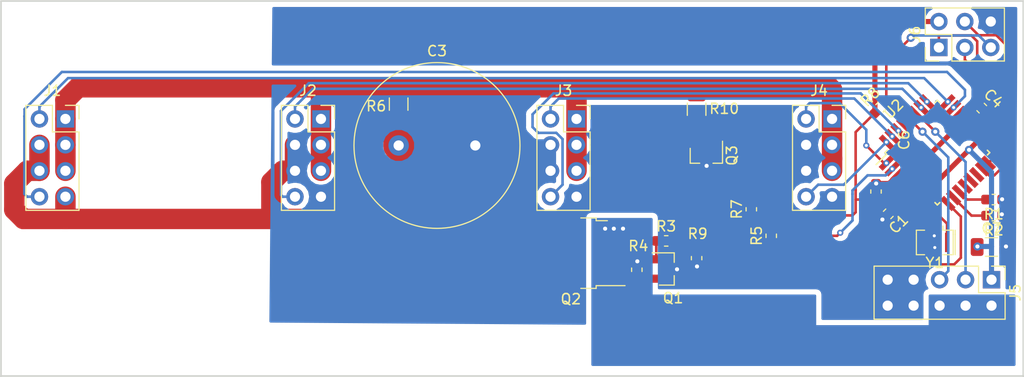
<source format=kicad_pcb>
(kicad_pcb (version 20171130) (host pcbnew "(5.0.2)-1")

  (general
    (thickness 1.6)
    (drawings 4)
    (tracks 243)
    (zones 0)
    (modules 26)
    (nets 31)
  )

  (page A4)
  (layers
    (0 F.Cu signal)
    (31 B.Cu signal)
    (32 B.Adhes user)
    (33 F.Adhes user)
    (34 B.Paste user)
    (35 F.Paste user)
    (36 B.SilkS user)
    (37 F.SilkS user)
    (38 B.Mask user)
    (39 F.Mask user)
    (40 Dwgs.User user)
    (41 Cmts.User user)
    (42 Eco1.User user)
    (43 Eco2.User user)
    (44 Edge.Cuts user)
    (45 Margin user)
    (46 B.CrtYd user)
    (47 F.CrtYd user)
    (48 B.Fab user hide)
    (49 F.Fab user hide)
  )

  (setup
    (last_trace_width 0.25)
    (trace_clearance 0.2)
    (zone_clearance 0.508)
    (zone_45_only no)
    (trace_min 0.2)
    (segment_width 0.2)
    (edge_width 0.15)
    (via_size 0.8)
    (via_drill 0.4)
    (via_min_size 0.4)
    (via_min_drill 0.3)
    (uvia_size 0.3)
    (uvia_drill 0.1)
    (uvias_allowed no)
    (uvia_min_size 0.2)
    (uvia_min_drill 0.1)
    (pcb_text_width 0.3)
    (pcb_text_size 1.5 1.5)
    (mod_edge_width 0.15)
    (mod_text_size 1 1)
    (mod_text_width 0.15)
    (pad_size 1.524 1.524)
    (pad_drill 0.762)
    (pad_to_mask_clearance 0.051)
    (solder_mask_min_width 0.25)
    (aux_axis_origin 0 0)
    (visible_elements FFFFFF7F)
    (pcbplotparams
      (layerselection 0x010fc_ffffffff)
      (usegerberextensions false)
      (usegerberattributes false)
      (usegerberadvancedattributes false)
      (creategerberjobfile false)
      (excludeedgelayer true)
      (linewidth 0.100000)
      (plotframeref false)
      (viasonmask false)
      (mode 1)
      (useauxorigin false)
      (hpglpennumber 1)
      (hpglpenspeed 20)
      (hpglpendiameter 15.000000)
      (psnegative false)
      (psa4output false)
      (plotreference true)
      (plotvalue true)
      (plotinvisibletext false)
      (padsonsilk false)
      (subtractmaskfromsilk false)
      (outputformat 1)
      (mirror false)
      (drillshape 1)
      (scaleselection 1)
      (outputdirectory ""))
  )

  (net 0 "")
  (net 1 /XTAL2)
  (net 2 GND)
  (net 3 /XTAL1)
  (net 4 +5V)
  (net 5 "Net-(C4-Pad1)")
  (net 6 /SDA)
  (net 7 /SCL)
  (net 8 "Net-(C3-Pad1)")
  (net 9 /CH2)
  (net 10 /V_rail)
  (net 11 /CH1)
  (net 12 /CH3)
  (net 13 /CH4)
  (net 14 /CH6)
  (net 15 /CH5)
  (net 16 /CH7)
  (net 17 /CH8)
  (net 18 VCC)
  (net 19 /MISO)
  (net 20 /SCK)
  (net 21 /MOSI)
  (net 22 /RESET)
  (net 23 "Net-(Q1-Pad1)")
  (net 24 "Net-(Q1-Pad2)")
  (net 25 "Net-(Q3-Pad2)")
  (net 26 "Net-(Q3-Pad1)")
  (net 27 "Net-(R1-Pad2)")
  (net 28 "Net-(R2-Pad2)")
  (net 29 /Rail_enable)
  (net 30 /Discharge)

  (net_class Default "Dies ist die voreingestellte Netzklasse."
    (clearance 0.2)
    (trace_width 0.25)
    (via_dia 0.8)
    (via_drill 0.4)
    (uvia_dia 0.3)
    (uvia_drill 0.1)
    (add_net +5V)
    (add_net /CH1)
    (add_net /CH2)
    (add_net /CH3)
    (add_net /CH4)
    (add_net /CH5)
    (add_net /CH6)
    (add_net /CH7)
    (add_net /CH8)
    (add_net /Discharge)
    (add_net /MISO)
    (add_net /MOSI)
    (add_net /RESET)
    (add_net /Rail_enable)
    (add_net /SCK)
    (add_net /SCL)
    (add_net /SDA)
    (add_net /V_rail)
    (add_net /XTAL1)
    (add_net /XTAL2)
    (add_net GND)
    (add_net "Net-(C3-Pad1)")
    (add_net "Net-(C4-Pad1)")
    (add_net "Net-(Q1-Pad1)")
    (add_net "Net-(Q1-Pad2)")
    (add_net "Net-(Q3-Pad1)")
    (add_net "Net-(Q3-Pad2)")
    (add_net "Net-(R1-Pad2)")
    (add_net "Net-(R2-Pad2)")
    (add_net VCC)
  )

  (module Connector_PinSocket_2.54mm:PinSocket_2x04_P2.54mm_Vertical (layer F.Cu) (tedit 5A19A422) (tstamp 5DAE515C)
    (at 93.05 42.8)
    (descr "Through hole straight socket strip, 2x04, 2.54mm pitch, double cols (from Kicad 4.0.7), script generated")
    (tags "Through hole socket strip THT 2x04 2.54mm double row")
    (path /5D89F11E)
    (fp_text reference J1 (at -1.27 -2.77) (layer F.SilkS)
      (effects (font (size 1 1) (thickness 0.15)))
    )
    (fp_text value Conn_02x04_Odd_Even (at -1.27 10.39) (layer F.Fab)
      (effects (font (size 1 1) (thickness 0.15)))
    )
    (fp_text user %R (at -1.27 3.81 90) (layer F.Fab)
      (effects (font (size 1 1) (thickness 0.15)))
    )
    (fp_line (start -4.34 9.4) (end -4.34 -1.8) (layer F.CrtYd) (width 0.05))
    (fp_line (start 1.76 9.4) (end -4.34 9.4) (layer F.CrtYd) (width 0.05))
    (fp_line (start 1.76 -1.8) (end 1.76 9.4) (layer F.CrtYd) (width 0.05))
    (fp_line (start -4.34 -1.8) (end 1.76 -1.8) (layer F.CrtYd) (width 0.05))
    (fp_line (start 0 -1.33) (end 1.33 -1.33) (layer F.SilkS) (width 0.12))
    (fp_line (start 1.33 -1.33) (end 1.33 0) (layer F.SilkS) (width 0.12))
    (fp_line (start -1.27 -1.33) (end -1.27 1.27) (layer F.SilkS) (width 0.12))
    (fp_line (start -1.27 1.27) (end 1.33 1.27) (layer F.SilkS) (width 0.12))
    (fp_line (start 1.33 1.27) (end 1.33 8.95) (layer F.SilkS) (width 0.12))
    (fp_line (start -3.87 8.95) (end 1.33 8.95) (layer F.SilkS) (width 0.12))
    (fp_line (start -3.87 -1.33) (end -3.87 8.95) (layer F.SilkS) (width 0.12))
    (fp_line (start -3.87 -1.33) (end -1.27 -1.33) (layer F.SilkS) (width 0.12))
    (fp_line (start -3.81 8.89) (end -3.81 -1.27) (layer F.Fab) (width 0.1))
    (fp_line (start 1.27 8.89) (end -3.81 8.89) (layer F.Fab) (width 0.1))
    (fp_line (start 1.27 -0.27) (end 1.27 8.89) (layer F.Fab) (width 0.1))
    (fp_line (start 0.27 -1.27) (end 1.27 -0.27) (layer F.Fab) (width 0.1))
    (fp_line (start -3.81 -1.27) (end 0.27 -1.27) (layer F.Fab) (width 0.1))
    (pad 8 thru_hole oval (at -2.54 7.62) (size 1.7 1.7) (drill 1) (layers *.Cu *.Mask)
      (net 11 /CH1))
    (pad 7 thru_hole oval (at 0 7.62) (size 1.7 1.7) (drill 1) (layers *.Cu *.Mask)
      (net 2 GND))
    (pad 6 thru_hole oval (at -2.54 5.08) (size 1.7 1.7) (drill 1) (layers *.Cu *.Mask)
      (net 2 GND))
    (pad 5 thru_hole oval (at 0 5.08) (size 1.7 1.7) (drill 1) (layers *.Cu *.Mask)
      (net 10 /V_rail))
    (pad 4 thru_hole oval (at -2.54 2.54) (size 1.7 1.7) (drill 1) (layers *.Cu *.Mask)
      (net 2 GND))
    (pad 3 thru_hole oval (at 0 2.54) (size 1.7 1.7) (drill 1) (layers *.Cu *.Mask)
      (net 10 /V_rail))
    (pad 2 thru_hole oval (at -2.54 0) (size 1.7 1.7) (drill 1) (layers *.Cu *.Mask)
      (net 9 /CH2))
    (pad 1 thru_hole rect (at 0 0) (size 1.7 1.7) (drill 1) (layers *.Cu *.Mask)
      (net 10 /V_rail))
    (model ${KISYS3DMOD}/Connector_PinSocket_2.54mm.3dshapes/PinSocket_2x04_P2.54mm_Vertical.wrl
      (at (xyz 0 0 0))
      (scale (xyz 1 1 1))
      (rotate (xyz 0 0 0))
    )
  )

  (module Connector_PinSocket_2.54mm:PinSocket_2x04_P2.54mm_Vertical (layer F.Cu) (tedit 5A19A422) (tstamp 5DAE6018)
    (at 118.05 42.8)
    (descr "Through hole straight socket strip, 2x04, 2.54mm pitch, double cols (from Kicad 4.0.7), script generated")
    (tags "Through hole socket strip THT 2x04 2.54mm double row")
    (path /5D89F0C4)
    (fp_text reference J2 (at -1.27 -2.77) (layer F.SilkS)
      (effects (font (size 1 1) (thickness 0.15)))
    )
    (fp_text value Conn_02x04_Odd_Even (at -1.27 10.39) (layer F.Fab)
      (effects (font (size 1 1) (thickness 0.15)))
    )
    (fp_line (start -3.81 -1.27) (end 0.27 -1.27) (layer F.Fab) (width 0.1))
    (fp_line (start 0.27 -1.27) (end 1.27 -0.27) (layer F.Fab) (width 0.1))
    (fp_line (start 1.27 -0.27) (end 1.27 8.89) (layer F.Fab) (width 0.1))
    (fp_line (start 1.27 8.89) (end -3.81 8.89) (layer F.Fab) (width 0.1))
    (fp_line (start -3.81 8.89) (end -3.81 -1.27) (layer F.Fab) (width 0.1))
    (fp_line (start -3.87 -1.33) (end -1.27 -1.33) (layer F.SilkS) (width 0.12))
    (fp_line (start -3.87 -1.33) (end -3.87 8.95) (layer F.SilkS) (width 0.12))
    (fp_line (start -3.87 8.95) (end 1.33 8.95) (layer F.SilkS) (width 0.12))
    (fp_line (start 1.33 1.27) (end 1.33 8.95) (layer F.SilkS) (width 0.12))
    (fp_line (start -1.27 1.27) (end 1.33 1.27) (layer F.SilkS) (width 0.12))
    (fp_line (start -1.27 -1.33) (end -1.27 1.27) (layer F.SilkS) (width 0.12))
    (fp_line (start 1.33 -1.33) (end 1.33 0) (layer F.SilkS) (width 0.12))
    (fp_line (start 0 -1.33) (end 1.33 -1.33) (layer F.SilkS) (width 0.12))
    (fp_line (start -4.34 -1.8) (end 1.76 -1.8) (layer F.CrtYd) (width 0.05))
    (fp_line (start 1.76 -1.8) (end 1.76 9.4) (layer F.CrtYd) (width 0.05))
    (fp_line (start 1.76 9.4) (end -4.34 9.4) (layer F.CrtYd) (width 0.05))
    (fp_line (start -4.34 9.4) (end -4.34 -1.8) (layer F.CrtYd) (width 0.05))
    (fp_text user %R (at -1.27 3.81 90) (layer F.Fab)
      (effects (font (size 1 1) (thickness 0.15)))
    )
    (pad 1 thru_hole rect (at 0 0) (size 1.7 1.7) (drill 1) (layers *.Cu *.Mask)
      (net 10 /V_rail))
    (pad 2 thru_hole oval (at -2.54 0) (size 1.7 1.7) (drill 1) (layers *.Cu *.Mask)
      (net 13 /CH4))
    (pad 3 thru_hole oval (at 0 2.54) (size 1.7 1.7) (drill 1) (layers *.Cu *.Mask)
      (net 10 /V_rail))
    (pad 4 thru_hole oval (at -2.54 2.54) (size 1.7 1.7) (drill 1) (layers *.Cu *.Mask)
      (net 2 GND))
    (pad 5 thru_hole oval (at 0 5.08) (size 1.7 1.7) (drill 1) (layers *.Cu *.Mask)
      (net 10 /V_rail))
    (pad 6 thru_hole oval (at -2.54 5.08) (size 1.7 1.7) (drill 1) (layers *.Cu *.Mask)
      (net 2 GND))
    (pad 7 thru_hole oval (at 0 7.62) (size 1.7 1.7) (drill 1) (layers *.Cu *.Mask)
      (net 2 GND))
    (pad 8 thru_hole oval (at -2.54 7.62) (size 1.7 1.7) (drill 1) (layers *.Cu *.Mask)
      (net 12 /CH3))
    (model ${KISYS3DMOD}/Connector_PinSocket_2.54mm.3dshapes/PinSocket_2x04_P2.54mm_Vertical.wrl
      (at (xyz 0 0 0))
      (scale (xyz 1 1 1))
      (rotate (xyz 0 0 0))
    )
  )

  (module Connector_PinSocket_2.54mm:PinSocket_2x04_P2.54mm_Vertical (layer F.Cu) (tedit 5A19A422) (tstamp 5DAE5198)
    (at 143.05 42.8)
    (descr "Through hole straight socket strip, 2x04, 2.54mm pitch, double cols (from Kicad 4.0.7), script generated")
    (tags "Through hole socket strip THT 2x04 2.54mm double row")
    (path /5D89F060)
    (fp_text reference J3 (at -1.27 -2.77) (layer F.SilkS)
      (effects (font (size 1 1) (thickness 0.15)))
    )
    (fp_text value Conn_02x04_Odd_Even (at -1.27 10.39) (layer F.Fab)
      (effects (font (size 1 1) (thickness 0.15)))
    )
    (fp_text user %R (at -1.27 3.81 90) (layer F.Fab)
      (effects (font (size 1 1) (thickness 0.15)))
    )
    (fp_line (start -4.34 9.4) (end -4.34 -1.8) (layer F.CrtYd) (width 0.05))
    (fp_line (start 1.76 9.4) (end -4.34 9.4) (layer F.CrtYd) (width 0.05))
    (fp_line (start 1.76 -1.8) (end 1.76 9.4) (layer F.CrtYd) (width 0.05))
    (fp_line (start -4.34 -1.8) (end 1.76 -1.8) (layer F.CrtYd) (width 0.05))
    (fp_line (start 0 -1.33) (end 1.33 -1.33) (layer F.SilkS) (width 0.12))
    (fp_line (start 1.33 -1.33) (end 1.33 0) (layer F.SilkS) (width 0.12))
    (fp_line (start -1.27 -1.33) (end -1.27 1.27) (layer F.SilkS) (width 0.12))
    (fp_line (start -1.27 1.27) (end 1.33 1.27) (layer F.SilkS) (width 0.12))
    (fp_line (start 1.33 1.27) (end 1.33 8.95) (layer F.SilkS) (width 0.12))
    (fp_line (start -3.87 8.95) (end 1.33 8.95) (layer F.SilkS) (width 0.12))
    (fp_line (start -3.87 -1.33) (end -3.87 8.95) (layer F.SilkS) (width 0.12))
    (fp_line (start -3.87 -1.33) (end -1.27 -1.33) (layer F.SilkS) (width 0.12))
    (fp_line (start -3.81 8.89) (end -3.81 -1.27) (layer F.Fab) (width 0.1))
    (fp_line (start 1.27 8.89) (end -3.81 8.89) (layer F.Fab) (width 0.1))
    (fp_line (start 1.27 -0.27) (end 1.27 8.89) (layer F.Fab) (width 0.1))
    (fp_line (start 0.27 -1.27) (end 1.27 -0.27) (layer F.Fab) (width 0.1))
    (fp_line (start -3.81 -1.27) (end 0.27 -1.27) (layer F.Fab) (width 0.1))
    (pad 8 thru_hole oval (at -2.54 7.62) (size 1.7 1.7) (drill 1) (layers *.Cu *.Mask)
      (net 15 /CH5))
    (pad 7 thru_hole oval (at 0 7.62) (size 1.7 1.7) (drill 1) (layers *.Cu *.Mask)
      (net 2 GND))
    (pad 6 thru_hole oval (at -2.54 5.08) (size 1.7 1.7) (drill 1) (layers *.Cu *.Mask)
      (net 2 GND))
    (pad 5 thru_hole oval (at 0 5.08) (size 1.7 1.7) (drill 1) (layers *.Cu *.Mask)
      (net 10 /V_rail))
    (pad 4 thru_hole oval (at -2.54 2.54) (size 1.7 1.7) (drill 1) (layers *.Cu *.Mask)
      (net 2 GND))
    (pad 3 thru_hole oval (at 0 2.54) (size 1.7 1.7) (drill 1) (layers *.Cu *.Mask)
      (net 10 /V_rail))
    (pad 2 thru_hole oval (at -2.54 0) (size 1.7 1.7) (drill 1) (layers *.Cu *.Mask)
      (net 14 /CH6))
    (pad 1 thru_hole rect (at 0 0) (size 1.7 1.7) (drill 1) (layers *.Cu *.Mask)
      (net 10 /V_rail))
    (model ${KISYS3DMOD}/Connector_PinSocket_2.54mm.3dshapes/PinSocket_2x04_P2.54mm_Vertical.wrl
      (at (xyz 0 0 0))
      (scale (xyz 1 1 1))
      (rotate (xyz 0 0 0))
    )
  )

  (module Connector_PinSocket_2.54mm:PinSocket_2x04_P2.54mm_Vertical (layer F.Cu) (tedit 5A19A422) (tstamp 5DAE51B6)
    (at 168.05 42.8)
    (descr "Through hole straight socket strip, 2x04, 2.54mm pitch, double cols (from Kicad 4.0.7), script generated")
    (tags "Through hole socket strip THT 2x04 2.54mm double row")
    (path /5D89A5E7)
    (fp_text reference J4 (at -1.27 -2.77) (layer F.SilkS)
      (effects (font (size 1 1) (thickness 0.15)))
    )
    (fp_text value Conn_02x04_Odd_Even (at -1.27 10.39) (layer F.Fab)
      (effects (font (size 1 1) (thickness 0.15)))
    )
    (fp_line (start -3.81 -1.27) (end 0.27 -1.27) (layer F.Fab) (width 0.1))
    (fp_line (start 0.27 -1.27) (end 1.27 -0.27) (layer F.Fab) (width 0.1))
    (fp_line (start 1.27 -0.27) (end 1.27 8.89) (layer F.Fab) (width 0.1))
    (fp_line (start 1.27 8.89) (end -3.81 8.89) (layer F.Fab) (width 0.1))
    (fp_line (start -3.81 8.89) (end -3.81 -1.27) (layer F.Fab) (width 0.1))
    (fp_line (start -3.87 -1.33) (end -1.27 -1.33) (layer F.SilkS) (width 0.12))
    (fp_line (start -3.87 -1.33) (end -3.87 8.95) (layer F.SilkS) (width 0.12))
    (fp_line (start -3.87 8.95) (end 1.33 8.95) (layer F.SilkS) (width 0.12))
    (fp_line (start 1.33 1.27) (end 1.33 8.95) (layer F.SilkS) (width 0.12))
    (fp_line (start -1.27 1.27) (end 1.33 1.27) (layer F.SilkS) (width 0.12))
    (fp_line (start -1.27 -1.33) (end -1.27 1.27) (layer F.SilkS) (width 0.12))
    (fp_line (start 1.33 -1.33) (end 1.33 0) (layer F.SilkS) (width 0.12))
    (fp_line (start 0 -1.33) (end 1.33 -1.33) (layer F.SilkS) (width 0.12))
    (fp_line (start -4.34 -1.8) (end 1.76 -1.8) (layer F.CrtYd) (width 0.05))
    (fp_line (start 1.76 -1.8) (end 1.76 9.4) (layer F.CrtYd) (width 0.05))
    (fp_line (start 1.76 9.4) (end -4.34 9.4) (layer F.CrtYd) (width 0.05))
    (fp_line (start -4.34 9.4) (end -4.34 -1.8) (layer F.CrtYd) (width 0.05))
    (fp_text user %R (at -1.27 3.81 90) (layer F.Fab)
      (effects (font (size 1 1) (thickness 0.15)))
    )
    (pad 1 thru_hole rect (at 0 0) (size 1.7 1.7) (drill 1) (layers *.Cu *.Mask)
      (net 10 /V_rail))
    (pad 2 thru_hole oval (at -2.54 0) (size 1.7 1.7) (drill 1) (layers *.Cu *.Mask)
      (net 17 /CH8))
    (pad 3 thru_hole oval (at 0 2.54) (size 1.7 1.7) (drill 1) (layers *.Cu *.Mask)
      (net 10 /V_rail))
    (pad 4 thru_hole oval (at -2.54 2.54) (size 1.7 1.7) (drill 1) (layers *.Cu *.Mask)
      (net 2 GND))
    (pad 5 thru_hole oval (at 0 5.08) (size 1.7 1.7) (drill 1) (layers *.Cu *.Mask)
      (net 10 /V_rail))
    (pad 6 thru_hole oval (at -2.54 5.08) (size 1.7 1.7) (drill 1) (layers *.Cu *.Mask)
      (net 2 GND))
    (pad 7 thru_hole oval (at 0 7.62) (size 1.7 1.7) (drill 1) (layers *.Cu *.Mask)
      (net 2 GND))
    (pad 8 thru_hole oval (at -2.54 7.62) (size 1.7 1.7) (drill 1) (layers *.Cu *.Mask)
      (net 16 /CH7))
    (model ${KISYS3DMOD}/Connector_PinSocket_2.54mm.3dshapes/PinSocket_2x04_P2.54mm_Vertical.wrl
      (at (xyz 0 0 0))
      (scale (xyz 1 1 1))
      (rotate (xyz 0 0 0))
    )
  )

  (module Capacitor_SMD:C_0603_1608Metric (layer F.Cu) (tedit 5B301BBE) (tstamp 5DC73046)
    (at 182.693153 41.743153 135)
    (descr "Capacitor SMD 0603 (1608 Metric), square (rectangular) end terminal, IPC_7351 nominal, (Body size source: http://www.tortai-tech.com/upload/download/2011102023233369053.pdf), generated with kicad-footprint-generator")
    (tags capacitor)
    (path /5D46CD22)
    (attr smd)
    (fp_text reference C4 (at -0.141421 1.484924 135) (layer F.SilkS)
      (effects (font (size 1 1) (thickness 0.15)))
    )
    (fp_text value 100n (at 0 1.43 135) (layer F.Fab)
      (effects (font (size 1 1) (thickness 0.15)))
    )
    (fp_line (start -0.8 0.4) (end -0.8 -0.4) (layer F.Fab) (width 0.1))
    (fp_line (start -0.8 -0.4) (end 0.8 -0.4) (layer F.Fab) (width 0.1))
    (fp_line (start 0.8 -0.4) (end 0.8 0.4) (layer F.Fab) (width 0.1))
    (fp_line (start 0.8 0.4) (end -0.8 0.4) (layer F.Fab) (width 0.1))
    (fp_line (start -0.162779 -0.51) (end 0.162779 -0.51) (layer F.SilkS) (width 0.12))
    (fp_line (start -0.162779 0.51) (end 0.162779 0.51) (layer F.SilkS) (width 0.12))
    (fp_line (start -1.48 0.73) (end -1.48 -0.73) (layer F.CrtYd) (width 0.05))
    (fp_line (start -1.48 -0.73) (end 1.48 -0.73) (layer F.CrtYd) (width 0.05))
    (fp_line (start 1.48 -0.73) (end 1.48 0.73) (layer F.CrtYd) (width 0.05))
    (fp_line (start 1.48 0.73) (end -1.48 0.73) (layer F.CrtYd) (width 0.05))
    (fp_text user %R (at 0 0 135) (layer F.Fab)
      (effects (font (size 0.4 0.4) (thickness 0.06)))
    )
    (pad 1 smd roundrect (at -0.7875 0 135) (size 0.875 0.95) (layers F.Cu F.Paste F.Mask) (roundrect_rratio 0.25)
      (net 5 "Net-(C4-Pad1)"))
    (pad 2 smd roundrect (at 0.7875 0 135) (size 0.875 0.95) (layers F.Cu F.Paste F.Mask) (roundrect_rratio 0.25)
      (net 2 GND))
    (model ${KISYS3DMOD}/Capacitor_SMD.3dshapes/C_0603_1608Metric.wrl
      (at (xyz 0 0 0))
      (scale (xyz 1 1 1))
      (rotate (xyz 0 0 0))
    )
  )

  (module Capacitor_SMD:C_0603_1608Metric (layer F.Cu) (tedit 5B301BBE) (tstamp 5DC73057)
    (at 172.35 49.9125 90)
    (descr "Capacitor SMD 0603 (1608 Metric), square (rectangular) end terminal, IPC_7351 nominal, (Body size source: http://www.tortai-tech.com/upload/download/2011102023233369053.pdf), generated with kicad-footprint-generator")
    (tags capacitor)
    (path /5D28D694)
    (attr smd)
    (fp_text reference C6 (at 5.0375 2.75 90) (layer F.SilkS)
      (effects (font (size 1 1) (thickness 0.15)))
    )
    (fp_text value 100n (at 0 1.43 90) (layer F.Fab)
      (effects (font (size 1 1) (thickness 0.15)))
    )
    (fp_text user %R (at 0 0 90) (layer F.Fab)
      (effects (font (size 0.4 0.4) (thickness 0.06)))
    )
    (fp_line (start 1.48 0.73) (end -1.48 0.73) (layer F.CrtYd) (width 0.05))
    (fp_line (start 1.48 -0.73) (end 1.48 0.73) (layer F.CrtYd) (width 0.05))
    (fp_line (start -1.48 -0.73) (end 1.48 -0.73) (layer F.CrtYd) (width 0.05))
    (fp_line (start -1.48 0.73) (end -1.48 -0.73) (layer F.CrtYd) (width 0.05))
    (fp_line (start -0.162779 0.51) (end 0.162779 0.51) (layer F.SilkS) (width 0.12))
    (fp_line (start -0.162779 -0.51) (end 0.162779 -0.51) (layer F.SilkS) (width 0.12))
    (fp_line (start 0.8 0.4) (end -0.8 0.4) (layer F.Fab) (width 0.1))
    (fp_line (start 0.8 -0.4) (end 0.8 0.4) (layer F.Fab) (width 0.1))
    (fp_line (start -0.8 -0.4) (end 0.8 -0.4) (layer F.Fab) (width 0.1))
    (fp_line (start -0.8 0.4) (end -0.8 -0.4) (layer F.Fab) (width 0.1))
    (pad 2 smd roundrect (at 0.7875 0 90) (size 0.875 0.95) (layers F.Cu F.Paste F.Mask) (roundrect_rratio 0.25)
      (net 2 GND))
    (pad 1 smd roundrect (at -0.7875 0 90) (size 0.875 0.95) (layers F.Cu F.Paste F.Mask) (roundrect_rratio 0.25)
      (net 4 +5V))
    (model ${KISYS3DMOD}/Capacitor_SMD.3dshapes/C_0603_1608Metric.wrl
      (at (xyz 0 0 0))
      (scale (xyz 1 1 1))
      (rotate (xyz 0 0 0))
    )
  )

  (module Resistor_SMD:R_1206_3216Metric (layer F.Cu) (tedit 5B301BBD) (tstamp 5DC73068)
    (at 183.642 55.3466)
    (descr "Resistor SMD 1206 (3216 Metric), square (rectangular) end terminal, IPC_7351 nominal, (Body size source: http://www.tortai-tech.com/upload/download/2011102023233369053.pdf), generated with kicad-footprint-generator")
    (tags resistor)
    (path /5D28D69B)
    (attr smd)
    (fp_text reference C7 (at 0 -1.82) (layer F.SilkS)
      (effects (font (size 1 1) (thickness 0.15)))
    )
    (fp_text value 10µ (at 0 1.82) (layer F.Fab)
      (effects (font (size 1 1) (thickness 0.15)))
    )
    (fp_text user %R (at 0 0) (layer F.Fab)
      (effects (font (size 0.8 0.8) (thickness 0.12)))
    )
    (fp_line (start 2.28 1.12) (end -2.28 1.12) (layer F.CrtYd) (width 0.05))
    (fp_line (start 2.28 -1.12) (end 2.28 1.12) (layer F.CrtYd) (width 0.05))
    (fp_line (start -2.28 -1.12) (end 2.28 -1.12) (layer F.CrtYd) (width 0.05))
    (fp_line (start -2.28 1.12) (end -2.28 -1.12) (layer F.CrtYd) (width 0.05))
    (fp_line (start -0.602064 0.91) (end 0.602064 0.91) (layer F.SilkS) (width 0.12))
    (fp_line (start -0.602064 -0.91) (end 0.602064 -0.91) (layer F.SilkS) (width 0.12))
    (fp_line (start 1.6 0.8) (end -1.6 0.8) (layer F.Fab) (width 0.1))
    (fp_line (start 1.6 -0.8) (end 1.6 0.8) (layer F.Fab) (width 0.1))
    (fp_line (start -1.6 -0.8) (end 1.6 -0.8) (layer F.Fab) (width 0.1))
    (fp_line (start -1.6 0.8) (end -1.6 -0.8) (layer F.Fab) (width 0.1))
    (pad 2 smd roundrect (at 1.4 0) (size 1.25 1.75) (layers F.Cu F.Paste F.Mask) (roundrect_rratio 0.2)
      (net 2 GND))
    (pad 1 smd roundrect (at -1.4 0) (size 1.25 1.75) (layers F.Cu F.Paste F.Mask) (roundrect_rratio 0.2)
      (net 4 +5V))
    (model ${KISYS3DMOD}/Resistor_SMD.3dshapes/R_1206_3216Metric.wrl
      (at (xyz 0 0 0))
      (scale (xyz 1 1 1))
      (rotate (xyz 0 0 0))
    )
  )

  (module Connector_PinHeader_2.54mm:PinHeader_2x05_P2.54mm_Vertical (layer F.Cu) (tedit 59FED5CC) (tstamp 5DC73088)
    (at 183.65 58.55 270)
    (descr "Through hole straight pin header, 2x05, 2.54mm pitch, double rows")
    (tags "Through hole pin header THT 2x05 2.54mm double row")
    (path /5DA42281)
    (fp_text reference J5 (at 1.27 -2.33 270) (layer F.SilkS)
      (effects (font (size 1 1) (thickness 0.15)))
    )
    (fp_text value Conn_02x05_Odd_Even (at 1.27 12.49 270) (layer F.Fab)
      (effects (font (size 1 1) (thickness 0.15)))
    )
    (fp_line (start 0 -1.27) (end 3.81 -1.27) (layer F.Fab) (width 0.1))
    (fp_line (start 3.81 -1.27) (end 3.81 11.43) (layer F.Fab) (width 0.1))
    (fp_line (start 3.81 11.43) (end -1.27 11.43) (layer F.Fab) (width 0.1))
    (fp_line (start -1.27 11.43) (end -1.27 0) (layer F.Fab) (width 0.1))
    (fp_line (start -1.27 0) (end 0 -1.27) (layer F.Fab) (width 0.1))
    (fp_line (start -1.33 11.49) (end 3.87 11.49) (layer F.SilkS) (width 0.12))
    (fp_line (start -1.33 1.27) (end -1.33 11.49) (layer F.SilkS) (width 0.12))
    (fp_line (start 3.87 -1.33) (end 3.87 11.49) (layer F.SilkS) (width 0.12))
    (fp_line (start -1.33 1.27) (end 1.27 1.27) (layer F.SilkS) (width 0.12))
    (fp_line (start 1.27 1.27) (end 1.27 -1.33) (layer F.SilkS) (width 0.12))
    (fp_line (start 1.27 -1.33) (end 3.87 -1.33) (layer F.SilkS) (width 0.12))
    (fp_line (start -1.33 0) (end -1.33 -1.33) (layer F.SilkS) (width 0.12))
    (fp_line (start -1.33 -1.33) (end 0 -1.33) (layer F.SilkS) (width 0.12))
    (fp_line (start -1.8 -1.8) (end -1.8 11.95) (layer F.CrtYd) (width 0.05))
    (fp_line (start -1.8 11.95) (end 4.35 11.95) (layer F.CrtYd) (width 0.05))
    (fp_line (start 4.35 11.95) (end 4.35 -1.8) (layer F.CrtYd) (width 0.05))
    (fp_line (start 4.35 -1.8) (end -1.8 -1.8) (layer F.CrtYd) (width 0.05))
    (fp_text user %R (at 1.27 5.08) (layer F.Fab)
      (effects (font (size 1 1) (thickness 0.15)))
    )
    (pad 1 thru_hole rect (at 0 0 270) (size 1.7 1.7) (drill 1) (layers *.Cu *.Mask)
      (net 4 +5V))
    (pad 2 thru_hole oval (at 2.54 0 270) (size 1.7 1.7) (drill 1) (layers *.Cu *.Mask)
      (net 18 VCC))
    (pad 3 thru_hole oval (at 0 2.54 270) (size 1.7 1.7) (drill 1) (layers *.Cu *.Mask)
      (net 6 /SDA))
    (pad 4 thru_hole oval (at 2.54 2.54 270) (size 1.7 1.7) (drill 1) (layers *.Cu *.Mask)
      (net 18 VCC))
    (pad 5 thru_hole oval (at 0 5.08 270) (size 1.7 1.7) (drill 1) (layers *.Cu *.Mask)
      (net 7 /SCL))
    (pad 6 thru_hole oval (at 2.54 5.08 270) (size 1.7 1.7) (drill 1) (layers *.Cu *.Mask)
      (net 18 VCC))
    (pad 7 thru_hole oval (at 0 7.62 270) (size 1.7 1.7) (drill 1) (layers *.Cu *.Mask)
      (net 2 GND))
    (pad 8 thru_hole oval (at 2.54 7.62 270) (size 1.7 1.7) (drill 1) (layers *.Cu *.Mask)
      (net 2 GND))
    (pad 9 thru_hole oval (at 0 10.16 270) (size 1.7 1.7) (drill 1) (layers *.Cu *.Mask)
      (net 2 GND))
    (pad 10 thru_hole oval (at 2.54 10.16 270) (size 1.7 1.7) (drill 1) (layers *.Cu *.Mask)
      (net 2 GND))
    (model ${KISYS3DMOD}/Connector_PinHeader_2.54mm.3dshapes/PinHeader_2x05_P2.54mm_Vertical.wrl
      (at (xyz 0 0 0))
      (scale (xyz 1 1 1))
      (rotate (xyz 0 0 0))
    )
  )

  (module Connector_PinHeader_2.54mm:PinHeader_2x03_P2.54mm_Vertical (layer F.Cu) (tedit 59FED5CC) (tstamp 5DC744CC)
    (at 178.5 35.8 90)
    (descr "Through hole straight pin header, 2x03, 2.54mm pitch, double rows")
    (tags "Through hole pin header THT 2x03 2.54mm double row")
    (path /5D92C33A)
    (fp_text reference J6 (at 1.27 -2.33 90) (layer F.SilkS)
      (effects (font (size 1 1) (thickness 0.15)))
    )
    (fp_text value AVR-ISP-6 (at 9.45 0.7 90) (layer F.Fab)
      (effects (font (size 1 1) (thickness 0.15)))
    )
    (fp_line (start 0 -1.27) (end 3.81 -1.27) (layer F.Fab) (width 0.1))
    (fp_line (start 3.81 -1.27) (end 3.81 6.35) (layer F.Fab) (width 0.1))
    (fp_line (start 3.81 6.35) (end -1.27 6.35) (layer F.Fab) (width 0.1))
    (fp_line (start -1.27 6.35) (end -1.27 0) (layer F.Fab) (width 0.1))
    (fp_line (start -1.27 0) (end 0 -1.27) (layer F.Fab) (width 0.1))
    (fp_line (start -1.33 6.41) (end 3.87 6.41) (layer F.SilkS) (width 0.12))
    (fp_line (start -1.33 1.27) (end -1.33 6.41) (layer F.SilkS) (width 0.12))
    (fp_line (start 3.87 -1.33) (end 3.87 6.41) (layer F.SilkS) (width 0.12))
    (fp_line (start -1.33 1.27) (end 1.27 1.27) (layer F.SilkS) (width 0.12))
    (fp_line (start 1.27 1.27) (end 1.27 -1.33) (layer F.SilkS) (width 0.12))
    (fp_line (start 1.27 -1.33) (end 3.87 -1.33) (layer F.SilkS) (width 0.12))
    (fp_line (start -1.33 0) (end -1.33 -1.33) (layer F.SilkS) (width 0.12))
    (fp_line (start -1.33 -1.33) (end 0 -1.33) (layer F.SilkS) (width 0.12))
    (fp_line (start -1.8 -1.8) (end -1.8 6.85) (layer F.CrtYd) (width 0.05))
    (fp_line (start -1.8 6.85) (end 4.35 6.85) (layer F.CrtYd) (width 0.05))
    (fp_line (start 4.35 6.85) (end 4.35 -1.8) (layer F.CrtYd) (width 0.05))
    (fp_line (start 4.35 -1.8) (end -1.8 -1.8) (layer F.CrtYd) (width 0.05))
    (fp_text user %R (at 1.27 2.54 180) (layer F.Fab)
      (effects (font (size 1 1) (thickness 0.15)))
    )
    (pad 1 thru_hole rect (at 0 0 90) (size 1.7 1.7) (drill 1) (layers *.Cu *.Mask)
      (net 19 /MISO))
    (pad 2 thru_hole oval (at 2.54 0 90) (size 1.7 1.7) (drill 1) (layers *.Cu *.Mask)
      (net 4 +5V))
    (pad 3 thru_hole oval (at 0 2.54 90) (size 1.7 1.7) (drill 1) (layers *.Cu *.Mask)
      (net 20 /SCK))
    (pad 4 thru_hole oval (at 2.54 2.54 90) (size 1.7 1.7) (drill 1) (layers *.Cu *.Mask)
      (net 21 /MOSI))
    (pad 5 thru_hole oval (at 0 5.08 90) (size 1.7 1.7) (drill 1) (layers *.Cu *.Mask)
      (net 22 /RESET))
    (pad 6 thru_hole oval (at 2.54 5.08 90) (size 1.7 1.7) (drill 1) (layers *.Cu *.Mask)
      (net 2 GND))
    (model ${KISYS3DMOD}/Connector_PinHeader_2.54mm.3dshapes/PinHeader_2x03_P2.54mm_Vertical.wrl
      (at (xyz 0 0 0))
      (scale (xyz 1 1 1))
      (rotate (xyz 0 0 0))
    )
  )

  (module Package_TO_SOT_SMD:SOT-23 (layer F.Cu) (tedit 5A02FF57) (tstamp 5DC730B9)
    (at 151.85 57.5)
    (descr "SOT-23, Standard")
    (tags SOT-23)
    (path /5D9D2592)
    (attr smd)
    (fp_text reference Q1 (at 0.65 2.85) (layer F.SilkS)
      (effects (font (size 1 1) (thickness 0.15)))
    )
    (fp_text value Q_NMOS_GDS (at 0 2.5) (layer F.Fab)
      (effects (font (size 1 1) (thickness 0.15)))
    )
    (fp_text user %R (at 0 0 90) (layer F.Fab)
      (effects (font (size 0.5 0.5) (thickness 0.075)))
    )
    (fp_line (start -0.7 -0.95) (end -0.7 1.5) (layer F.Fab) (width 0.1))
    (fp_line (start -0.15 -1.52) (end 0.7 -1.52) (layer F.Fab) (width 0.1))
    (fp_line (start -0.7 -0.95) (end -0.15 -1.52) (layer F.Fab) (width 0.1))
    (fp_line (start 0.7 -1.52) (end 0.7 1.52) (layer F.Fab) (width 0.1))
    (fp_line (start -0.7 1.52) (end 0.7 1.52) (layer F.Fab) (width 0.1))
    (fp_line (start 0.76 1.58) (end 0.76 0.65) (layer F.SilkS) (width 0.12))
    (fp_line (start 0.76 -1.58) (end 0.76 -0.65) (layer F.SilkS) (width 0.12))
    (fp_line (start -1.7 -1.75) (end 1.7 -1.75) (layer F.CrtYd) (width 0.05))
    (fp_line (start 1.7 -1.75) (end 1.7 1.75) (layer F.CrtYd) (width 0.05))
    (fp_line (start 1.7 1.75) (end -1.7 1.75) (layer F.CrtYd) (width 0.05))
    (fp_line (start -1.7 1.75) (end -1.7 -1.75) (layer F.CrtYd) (width 0.05))
    (fp_line (start 0.76 -1.58) (end -1.4 -1.58) (layer F.SilkS) (width 0.12))
    (fp_line (start 0.76 1.58) (end -0.7 1.58) (layer F.SilkS) (width 0.12))
    (pad 1 smd rect (at -1 -0.95) (size 0.9 0.8) (layers F.Cu F.Paste F.Mask)
      (net 23 "Net-(Q1-Pad1)"))
    (pad 2 smd rect (at -1 0.95) (size 0.9 0.8) (layers F.Cu F.Paste F.Mask)
      (net 24 "Net-(Q1-Pad2)"))
    (pad 3 smd rect (at 1 0) (size 0.9 0.8) (layers F.Cu F.Paste F.Mask)
      (net 2 GND))
    (model ${KISYS3DMOD}/Package_TO_SOT_SMD.3dshapes/SOT-23.wrl
      (at (xyz 0 0 0))
      (scale (xyz 1 1 1))
      (rotate (xyz 0 0 0))
    )
  )

  (module Package_TO_SOT_SMD:SOT-23 (layer F.Cu) (tedit 5A02FF57) (tstamp 5DC730F6)
    (at 155.7528 46.3804 270)
    (descr "SOT-23, Standard")
    (tags SOT-23)
    (path /5D991D59)
    (attr smd)
    (fp_text reference Q3 (at 0 -2.5 270) (layer F.SilkS)
      (effects (font (size 1 1) (thickness 0.15)))
    )
    (fp_text value Q_NMOS_GDS (at 0 2.5 270) (layer F.Fab)
      (effects (font (size 1 1) (thickness 0.15)))
    )
    (fp_line (start 0.76 1.58) (end -0.7 1.58) (layer F.SilkS) (width 0.12))
    (fp_line (start 0.76 -1.58) (end -1.4 -1.58) (layer F.SilkS) (width 0.12))
    (fp_line (start -1.7 1.75) (end -1.7 -1.75) (layer F.CrtYd) (width 0.05))
    (fp_line (start 1.7 1.75) (end -1.7 1.75) (layer F.CrtYd) (width 0.05))
    (fp_line (start 1.7 -1.75) (end 1.7 1.75) (layer F.CrtYd) (width 0.05))
    (fp_line (start -1.7 -1.75) (end 1.7 -1.75) (layer F.CrtYd) (width 0.05))
    (fp_line (start 0.76 -1.58) (end 0.76 -0.65) (layer F.SilkS) (width 0.12))
    (fp_line (start 0.76 1.58) (end 0.76 0.65) (layer F.SilkS) (width 0.12))
    (fp_line (start -0.7 1.52) (end 0.7 1.52) (layer F.Fab) (width 0.1))
    (fp_line (start 0.7 -1.52) (end 0.7 1.52) (layer F.Fab) (width 0.1))
    (fp_line (start -0.7 -0.95) (end -0.15 -1.52) (layer F.Fab) (width 0.1))
    (fp_line (start -0.15 -1.52) (end 0.7 -1.52) (layer F.Fab) (width 0.1))
    (fp_line (start -0.7 -0.95) (end -0.7 1.5) (layer F.Fab) (width 0.1))
    (fp_text user %R (at 0 0) (layer F.Fab)
      (effects (font (size 0.5 0.5) (thickness 0.075)))
    )
    (pad 3 smd rect (at 1 0 270) (size 0.9 0.8) (layers F.Cu F.Paste F.Mask)
      (net 2 GND))
    (pad 2 smd rect (at -1 0.95 270) (size 0.9 0.8) (layers F.Cu F.Paste F.Mask)
      (net 25 "Net-(Q3-Pad2)"))
    (pad 1 smd rect (at -1 -0.95 270) (size 0.9 0.8) (layers F.Cu F.Paste F.Mask)
      (net 26 "Net-(Q3-Pad1)"))
    (model ${KISYS3DMOD}/Package_TO_SOT_SMD.3dshapes/SOT-23.wrl
      (at (xyz 0 0 0))
      (scale (xyz 1 1 1))
      (rotate (xyz 0 0 0))
    )
  )

  (module Resistor_SMD:R_0603_1608Metric (layer F.Cu) (tedit 5B301BBD) (tstamp 5DC7B8F3)
    (at 183.8706 50.6984 180)
    (descr "Resistor SMD 0603 (1608 Metric), square (rectangular) end terminal, IPC_7351 nominal, (Body size source: http://www.tortai-tech.com/upload/download/2011102023233369053.pdf), generated with kicad-footprint-generator")
    (tags resistor)
    (path /5D8FF520)
    (attr smd)
    (fp_text reference R1 (at 0 -1.43 180) (layer F.SilkS)
      (effects (font (size 1 1) (thickness 0.15)))
    )
    (fp_text value 10K (at 0 1.43 180) (layer F.Fab)
      (effects (font (size 1 1) (thickness 0.15)))
    )
    (fp_text user %R (at 0 0 180) (layer F.Fab)
      (effects (font (size 0.4 0.4) (thickness 0.06)))
    )
    (fp_line (start 1.48 0.73) (end -1.48 0.73) (layer F.CrtYd) (width 0.05))
    (fp_line (start 1.48 -0.73) (end 1.48 0.73) (layer F.CrtYd) (width 0.05))
    (fp_line (start -1.48 -0.73) (end 1.48 -0.73) (layer F.CrtYd) (width 0.05))
    (fp_line (start -1.48 0.73) (end -1.48 -0.73) (layer F.CrtYd) (width 0.05))
    (fp_line (start -0.162779 0.51) (end 0.162779 0.51) (layer F.SilkS) (width 0.12))
    (fp_line (start -0.162779 -0.51) (end 0.162779 -0.51) (layer F.SilkS) (width 0.12))
    (fp_line (start 0.8 0.4) (end -0.8 0.4) (layer F.Fab) (width 0.1))
    (fp_line (start 0.8 -0.4) (end 0.8 0.4) (layer F.Fab) (width 0.1))
    (fp_line (start -0.8 -0.4) (end 0.8 -0.4) (layer F.Fab) (width 0.1))
    (fp_line (start -0.8 0.4) (end -0.8 -0.4) (layer F.Fab) (width 0.1))
    (pad 2 smd roundrect (at 0.7875 0 180) (size 0.875 0.95) (layers F.Cu F.Paste F.Mask) (roundrect_rratio 0.25)
      (net 27 "Net-(R1-Pad2)"))
    (pad 1 smd roundrect (at -0.7875 0 180) (size 0.875 0.95) (layers F.Cu F.Paste F.Mask) (roundrect_rratio 0.25)
      (net 2 GND))
    (model ${KISYS3DMOD}/Resistor_SMD.3dshapes/R_0603_1608Metric.wrl
      (at (xyz 0 0 0))
      (scale (xyz 1 1 1))
      (rotate (xyz 0 0 0))
    )
  )

  (module Resistor_SMD:R_0603_1608Metric (layer F.Cu) (tedit 5B301BBD) (tstamp 5DC7B8C3)
    (at 183.8705 52.2732 180)
    (descr "Resistor SMD 0603 (1608 Metric), square (rectangular) end terminal, IPC_7351 nominal, (Body size source: http://www.tortai-tech.com/upload/download/2011102023233369053.pdf), generated with kicad-footprint-generator")
    (tags resistor)
    (path /5D8FF586)
    (attr smd)
    (fp_text reference R2 (at 0 -1.43 180) (layer F.SilkS)
      (effects (font (size 1 1) (thickness 0.15)))
    )
    (fp_text value 10K (at 0 1.43 180) (layer F.Fab)
      (effects (font (size 1 1) (thickness 0.15)))
    )
    (fp_line (start -0.8 0.4) (end -0.8 -0.4) (layer F.Fab) (width 0.1))
    (fp_line (start -0.8 -0.4) (end 0.8 -0.4) (layer F.Fab) (width 0.1))
    (fp_line (start 0.8 -0.4) (end 0.8 0.4) (layer F.Fab) (width 0.1))
    (fp_line (start 0.8 0.4) (end -0.8 0.4) (layer F.Fab) (width 0.1))
    (fp_line (start -0.162779 -0.51) (end 0.162779 -0.51) (layer F.SilkS) (width 0.12))
    (fp_line (start -0.162779 0.51) (end 0.162779 0.51) (layer F.SilkS) (width 0.12))
    (fp_line (start -1.48 0.73) (end -1.48 -0.73) (layer F.CrtYd) (width 0.05))
    (fp_line (start -1.48 -0.73) (end 1.48 -0.73) (layer F.CrtYd) (width 0.05))
    (fp_line (start 1.48 -0.73) (end 1.48 0.73) (layer F.CrtYd) (width 0.05))
    (fp_line (start 1.48 0.73) (end -1.48 0.73) (layer F.CrtYd) (width 0.05))
    (fp_text user %R (at 0 0 180) (layer F.Fab)
      (effects (font (size 0.4 0.4) (thickness 0.06)))
    )
    (pad 1 smd roundrect (at -0.7875 0 180) (size 0.875 0.95) (layers F.Cu F.Paste F.Mask) (roundrect_rratio 0.25)
      (net 2 GND))
    (pad 2 smd roundrect (at 0.7875 0 180) (size 0.875 0.95) (layers F.Cu F.Paste F.Mask) (roundrect_rratio 0.25)
      (net 28 "Net-(R2-Pad2)"))
    (model ${KISYS3DMOD}/Resistor_SMD.3dshapes/R_0603_1608Metric.wrl
      (at (xyz 0 0 0))
      (scale (xyz 1 1 1))
      (rotate (xyz 0 0 0))
    )
  )

  (module Resistor_SMD:R_0603_1608Metric_Pad1.05x0.95mm_HandSolder (layer F.Cu) (tedit 5B301BBD) (tstamp 5DC7688B)
    (at 151.825 54.75)
    (descr "Resistor SMD 0603 (1608 Metric), square (rectangular) end terminal, IPC_7351 nominal with elongated pad for handsoldering. (Body size source: http://www.tortai-tech.com/upload/download/2011102023233369053.pdf), generated with kicad-footprint-generator")
    (tags "resistor handsolder")
    (path /5DA1992F)
    (attr smd)
    (fp_text reference R3 (at 0 -1.43) (layer F.SilkS)
      (effects (font (size 1 1) (thickness 0.15)))
    )
    (fp_text value 330 (at -0.125 -1.5) (layer F.Fab)
      (effects (font (size 1 1) (thickness 0.15)))
    )
    (fp_line (start -0.8 0.4) (end -0.8 -0.4) (layer F.Fab) (width 0.1))
    (fp_line (start -0.8 -0.4) (end 0.8 -0.4) (layer F.Fab) (width 0.1))
    (fp_line (start 0.8 -0.4) (end 0.8 0.4) (layer F.Fab) (width 0.1))
    (fp_line (start 0.8 0.4) (end -0.8 0.4) (layer F.Fab) (width 0.1))
    (fp_line (start -0.171267 -0.51) (end 0.171267 -0.51) (layer F.SilkS) (width 0.12))
    (fp_line (start -0.171267 0.51) (end 0.171267 0.51) (layer F.SilkS) (width 0.12))
    (fp_line (start -1.65 0.73) (end -1.65 -0.73) (layer F.CrtYd) (width 0.05))
    (fp_line (start -1.65 -0.73) (end 1.65 -0.73) (layer F.CrtYd) (width 0.05))
    (fp_line (start 1.65 -0.73) (end 1.65 0.73) (layer F.CrtYd) (width 0.05))
    (fp_line (start 1.65 0.73) (end -1.65 0.73) (layer F.CrtYd) (width 0.05))
    (fp_text user %R (at 0 0) (layer F.Fab)
      (effects (font (size 0.4 0.4) (thickness 0.06)))
    )
    (pad 1 smd roundrect (at -0.875 0) (size 1.05 0.95) (layers F.Cu F.Paste F.Mask) (roundrect_rratio 0.25)
      (net 23 "Net-(Q1-Pad1)"))
    (pad 2 smd roundrect (at 0.875 0) (size 1.05 0.95) (layers F.Cu F.Paste F.Mask) (roundrect_rratio 0.25)
      (net 29 /Rail_enable))
    (model ${KISYS3DMOD}/Resistor_SMD.3dshapes/R_0603_1608Metric.wrl
      (at (xyz 0 0 0))
      (scale (xyz 1 1 1))
      (rotate (xyz 0 0 0))
    )
  )

  (module Resistor_SMD:R_0603_1608Metric_Pad1.05x0.95mm_HandSolder (layer F.Cu) (tedit 5B301BBD) (tstamp 5DC78A4A)
    (at 148.95 57.575 270)
    (descr "Resistor SMD 0603 (1608 Metric), square (rectangular) end terminal, IPC_7351 nominal with elongated pad for handsoldering. (Body size source: http://www.tortai-tech.com/upload/download/2011102023233369053.pdf), generated with kicad-footprint-generator")
    (tags "resistor handsolder")
    (path /5D97574B)
    (attr smd)
    (fp_text reference R4 (at -2.325 -0.15) (layer F.SilkS)
      (effects (font (size 1 1) (thickness 0.15)))
    )
    (fp_text value 1K (at 0 1.43 270) (layer F.Fab)
      (effects (font (size 1 1) (thickness 0.15)))
    )
    (fp_text user %R (at 0 0 270) (layer F.Fab)
      (effects (font (size 0.4 0.4) (thickness 0.06)))
    )
    (fp_line (start 1.65 0.73) (end -1.65 0.73) (layer F.CrtYd) (width 0.05))
    (fp_line (start 1.65 -0.73) (end 1.65 0.73) (layer F.CrtYd) (width 0.05))
    (fp_line (start -1.65 -0.73) (end 1.65 -0.73) (layer F.CrtYd) (width 0.05))
    (fp_line (start -1.65 0.73) (end -1.65 -0.73) (layer F.CrtYd) (width 0.05))
    (fp_line (start -0.171267 0.51) (end 0.171267 0.51) (layer F.SilkS) (width 0.12))
    (fp_line (start -0.171267 -0.51) (end 0.171267 -0.51) (layer F.SilkS) (width 0.12))
    (fp_line (start 0.8 0.4) (end -0.8 0.4) (layer F.Fab) (width 0.1))
    (fp_line (start 0.8 -0.4) (end 0.8 0.4) (layer F.Fab) (width 0.1))
    (fp_line (start -0.8 -0.4) (end 0.8 -0.4) (layer F.Fab) (width 0.1))
    (fp_line (start -0.8 0.4) (end -0.8 -0.4) (layer F.Fab) (width 0.1))
    (pad 2 smd roundrect (at 0.875 0 270) (size 1.05 0.95) (layers F.Cu F.Paste F.Mask) (roundrect_rratio 0.25)
      (net 24 "Net-(Q1-Pad2)"))
    (pad 1 smd roundrect (at -0.875 0 270) (size 1.05 0.95) (layers F.Cu F.Paste F.Mask) (roundrect_rratio 0.25)
      (net 18 VCC))
    (model ${KISYS3DMOD}/Resistor_SMD.3dshapes/R_0603_1608Metric.wrl
      (at (xyz 0 0 0))
      (scale (xyz 1 1 1))
      (rotate (xyz 0 0 0))
    )
  )

  (module Resistor_SMD:R_0603_1608Metric_Pad1.05x0.95mm_HandSolder (layer F.Cu) (tedit 5B301BBD) (tstamp 5DC7314B)
    (at 162.1 54.25 90)
    (descr "Resistor SMD 0603 (1608 Metric), square (rectangular) end terminal, IPC_7351 nominal with elongated pad for handsoldering. (Body size source: http://www.tortai-tech.com/upload/download/2011102023233369053.pdf), generated with kicad-footprint-generator")
    (tags "resistor handsolder")
    (path /5D9D7843)
    (attr smd)
    (fp_text reference R5 (at 0 -1.43 90) (layer F.SilkS)
      (effects (font (size 1 1) (thickness 0.15)))
    )
    (fp_text value 330 (at 0 1.43 90) (layer F.Fab)
      (effects (font (size 1 1) (thickness 0.15)))
    )
    (fp_line (start -0.8 0.4) (end -0.8 -0.4) (layer F.Fab) (width 0.1))
    (fp_line (start -0.8 -0.4) (end 0.8 -0.4) (layer F.Fab) (width 0.1))
    (fp_line (start 0.8 -0.4) (end 0.8 0.4) (layer F.Fab) (width 0.1))
    (fp_line (start 0.8 0.4) (end -0.8 0.4) (layer F.Fab) (width 0.1))
    (fp_line (start -0.171267 -0.51) (end 0.171267 -0.51) (layer F.SilkS) (width 0.12))
    (fp_line (start -0.171267 0.51) (end 0.171267 0.51) (layer F.SilkS) (width 0.12))
    (fp_line (start -1.65 0.73) (end -1.65 -0.73) (layer F.CrtYd) (width 0.05))
    (fp_line (start -1.65 -0.73) (end 1.65 -0.73) (layer F.CrtYd) (width 0.05))
    (fp_line (start 1.65 -0.73) (end 1.65 0.73) (layer F.CrtYd) (width 0.05))
    (fp_line (start 1.65 0.73) (end -1.65 0.73) (layer F.CrtYd) (width 0.05))
    (fp_text user %R (at 0 0 90) (layer F.Fab)
      (effects (font (size 0.4 0.4) (thickness 0.06)))
    )
    (pad 1 smd roundrect (at -0.875 0 90) (size 1.05 0.95) (layers F.Cu F.Paste F.Mask) (roundrect_rratio 0.25)
      (net 30 /Discharge))
    (pad 2 smd roundrect (at 0.875 0 90) (size 1.05 0.95) (layers F.Cu F.Paste F.Mask) (roundrect_rratio 0.25)
      (net 26 "Net-(Q3-Pad1)"))
    (model ${KISYS3DMOD}/Resistor_SMD.3dshapes/R_0603_1608Metric.wrl
      (at (xyz 0 0 0))
      (scale (xyz 1 1 1))
      (rotate (xyz 0 0 0))
    )
  )

  (module Resistor_SMD:R_1206_3216Metric (layer F.Cu) (tedit 5B301BBD) (tstamp 5DC777AA)
    (at 125.65 41.35 270)
    (descr "Resistor SMD 1206 (3216 Metric), square (rectangular) end terminal, IPC_7351 nominal, (Body size source: http://www.tortai-tech.com/upload/download/2011102023233369053.pdf), generated with kicad-footprint-generator")
    (tags resistor)
    (path /5D983786)
    (attr smd)
    (fp_text reference R6 (at 0.2 2.2) (layer F.SilkS)
      (effects (font (size 1 1) (thickness 0.15)))
    )
    (fp_text value ^10R (at 0 1.82 270) (layer F.Fab)
      (effects (font (size 1 1) (thickness 0.15)))
    )
    (fp_line (start -1.6 0.8) (end -1.6 -0.8) (layer F.Fab) (width 0.1))
    (fp_line (start -1.6 -0.8) (end 1.6 -0.8) (layer F.Fab) (width 0.1))
    (fp_line (start 1.6 -0.8) (end 1.6 0.8) (layer F.Fab) (width 0.1))
    (fp_line (start 1.6 0.8) (end -1.6 0.8) (layer F.Fab) (width 0.1))
    (fp_line (start -0.602064 -0.91) (end 0.602064 -0.91) (layer F.SilkS) (width 0.12))
    (fp_line (start -0.602064 0.91) (end 0.602064 0.91) (layer F.SilkS) (width 0.12))
    (fp_line (start -2.28 1.12) (end -2.28 -1.12) (layer F.CrtYd) (width 0.05))
    (fp_line (start -2.28 -1.12) (end 2.28 -1.12) (layer F.CrtYd) (width 0.05))
    (fp_line (start 2.28 -1.12) (end 2.28 1.12) (layer F.CrtYd) (width 0.05))
    (fp_line (start 2.28 1.12) (end -2.28 1.12) (layer F.CrtYd) (width 0.05))
    (fp_text user %R (at 0 0 270) (layer F.Fab)
      (effects (font (size 0.8 0.8) (thickness 0.12)))
    )
    (pad 1 smd roundrect (at -1.4 0 270) (size 1.25 1.75) (layers F.Cu F.Paste F.Mask) (roundrect_rratio 0.2)
      (net 10 /V_rail))
    (pad 2 smd roundrect (at 1.4 0 270) (size 1.25 1.75) (layers F.Cu F.Paste F.Mask) (roundrect_rratio 0.2)
      (net 8 "Net-(C3-Pad1)"))
    (model ${KISYS3DMOD}/Resistor_SMD.3dshapes/R_1206_3216Metric.wrl
      (at (xyz 0 0 0))
      (scale (xyz 1 1 1))
      (rotate (xyz 0 0 0))
    )
  )

  (module Resistor_SMD:R_0603_1608Metric (layer F.Cu) (tedit 5B301BBD) (tstamp 5DC7316D)
    (at 160.15 51.65 90)
    (descr "Resistor SMD 0603 (1608 Metric), square (rectangular) end terminal, IPC_7351 nominal, (Body size source: http://www.tortai-tech.com/upload/download/2011102023233369053.pdf), generated with kicad-footprint-generator")
    (tags resistor)
    (path /5D9B9072)
    (attr smd)
    (fp_text reference R7 (at 0 -1.43 90) (layer F.SilkS)
      (effects (font (size 1 1) (thickness 0.15)))
    )
    (fp_text value 3K3 (at 0 1.43 90) (layer F.Fab)
      (effects (font (size 1 1) (thickness 0.15)))
    )
    (fp_line (start -0.8 0.4) (end -0.8 -0.4) (layer F.Fab) (width 0.1))
    (fp_line (start -0.8 -0.4) (end 0.8 -0.4) (layer F.Fab) (width 0.1))
    (fp_line (start 0.8 -0.4) (end 0.8 0.4) (layer F.Fab) (width 0.1))
    (fp_line (start 0.8 0.4) (end -0.8 0.4) (layer F.Fab) (width 0.1))
    (fp_line (start -0.162779 -0.51) (end 0.162779 -0.51) (layer F.SilkS) (width 0.12))
    (fp_line (start -0.162779 0.51) (end 0.162779 0.51) (layer F.SilkS) (width 0.12))
    (fp_line (start -1.48 0.73) (end -1.48 -0.73) (layer F.CrtYd) (width 0.05))
    (fp_line (start -1.48 -0.73) (end 1.48 -0.73) (layer F.CrtYd) (width 0.05))
    (fp_line (start 1.48 -0.73) (end 1.48 0.73) (layer F.CrtYd) (width 0.05))
    (fp_line (start 1.48 0.73) (end -1.48 0.73) (layer F.CrtYd) (width 0.05))
    (fp_text user %R (at 0 0 90) (layer F.Fab)
      (effects (font (size 0.4 0.4) (thickness 0.06)))
    )
    (pad 1 smd roundrect (at -0.7875 0 90) (size 0.875 0.95) (layers F.Cu F.Paste F.Mask) (roundrect_rratio 0.25)
      (net 26 "Net-(Q3-Pad1)"))
    (pad 2 smd roundrect (at 0.7875 0 90) (size 0.875 0.95) (layers F.Cu F.Paste F.Mask) (roundrect_rratio 0.25)
      (net 4 +5V))
    (model ${KISYS3DMOD}/Resistor_SMD.3dshapes/R_0603_1608Metric.wrl
      (at (xyz 0 0 0))
      (scale (xyz 1 1 1))
      (rotate (xyz 0 0 0))
    )
  )

  (module Resistor_SMD:R_0603_1608Metric (layer F.Cu) (tedit 5B301BBD) (tstamp 5DC76AB9)
    (at 154.8 56.4375 90)
    (descr "Resistor SMD 0603 (1608 Metric), square (rectangular) end terminal, IPC_7351 nominal, (Body size source: http://www.tortai-tech.com/upload/download/2011102023233369053.pdf), generated with kicad-footprint-generator")
    (tags resistor)
    (path /5D2B7EC1)
    (attr smd)
    (fp_text reference R9 (at 2.3875 0.1 180) (layer F.SilkS)
      (effects (font (size 1 1) (thickness 0.15)))
    )
    (fp_text value 10K (at 0 1.43 90) (layer F.Fab)
      (effects (font (size 1 1) (thickness 0.15)))
    )
    (fp_text user %R (at 0 0 90) (layer F.Fab)
      (effects (font (size 0.4 0.4) (thickness 0.06)))
    )
    (fp_line (start 1.48 0.73) (end -1.48 0.73) (layer F.CrtYd) (width 0.05))
    (fp_line (start 1.48 -0.73) (end 1.48 0.73) (layer F.CrtYd) (width 0.05))
    (fp_line (start -1.48 -0.73) (end 1.48 -0.73) (layer F.CrtYd) (width 0.05))
    (fp_line (start -1.48 0.73) (end -1.48 -0.73) (layer F.CrtYd) (width 0.05))
    (fp_line (start -0.162779 0.51) (end 0.162779 0.51) (layer F.SilkS) (width 0.12))
    (fp_line (start -0.162779 -0.51) (end 0.162779 -0.51) (layer F.SilkS) (width 0.12))
    (fp_line (start 0.8 0.4) (end -0.8 0.4) (layer F.Fab) (width 0.1))
    (fp_line (start 0.8 -0.4) (end 0.8 0.4) (layer F.Fab) (width 0.1))
    (fp_line (start -0.8 -0.4) (end 0.8 -0.4) (layer F.Fab) (width 0.1))
    (fp_line (start -0.8 0.4) (end -0.8 -0.4) (layer F.Fab) (width 0.1))
    (pad 2 smd roundrect (at 0.7875 0 90) (size 0.875 0.95) (layers F.Cu F.Paste F.Mask) (roundrect_rratio 0.25)
      (net 29 /Rail_enable))
    (pad 1 smd roundrect (at -0.7875 0 90) (size 0.875 0.95) (layers F.Cu F.Paste F.Mask) (roundrect_rratio 0.25)
      (net 2 GND))
    (model ${KISYS3DMOD}/Resistor_SMD.3dshapes/R_0603_1608Metric.wrl
      (at (xyz 0 0 0))
      (scale (xyz 1 1 1))
      (rotate (xyz 0 0 0))
    )
  )

  (module Resistor_SMD:R_1206_3216Metric (layer F.Cu) (tedit 5B301BBD) (tstamp 5DC731A0)
    (at 154.8 41.85 90)
    (descr "Resistor SMD 1206 (3216 Metric), square (rectangular) end terminal, IPC_7351 nominal, (Body size source: http://www.tortai-tech.com/upload/download/2011102023233369053.pdf), generated with kicad-footprint-generator")
    (tags resistor)
    (path /5D991DBF)
    (attr smd)
    (fp_text reference R10 (at 0.05 2.7 180) (layer F.SilkS)
      (effects (font (size 1 1) (thickness 0.15)))
    )
    (fp_text value 56 (at 0 1.82 90) (layer F.Fab)
      (effects (font (size 1 1) (thickness 0.15)))
    )
    (fp_line (start -1.6 0.8) (end -1.6 -0.8) (layer F.Fab) (width 0.1))
    (fp_line (start -1.6 -0.8) (end 1.6 -0.8) (layer F.Fab) (width 0.1))
    (fp_line (start 1.6 -0.8) (end 1.6 0.8) (layer F.Fab) (width 0.1))
    (fp_line (start 1.6 0.8) (end -1.6 0.8) (layer F.Fab) (width 0.1))
    (fp_line (start -0.602064 -0.91) (end 0.602064 -0.91) (layer F.SilkS) (width 0.12))
    (fp_line (start -0.602064 0.91) (end 0.602064 0.91) (layer F.SilkS) (width 0.12))
    (fp_line (start -2.28 1.12) (end -2.28 -1.12) (layer F.CrtYd) (width 0.05))
    (fp_line (start -2.28 -1.12) (end 2.28 -1.12) (layer F.CrtYd) (width 0.05))
    (fp_line (start 2.28 -1.12) (end 2.28 1.12) (layer F.CrtYd) (width 0.05))
    (fp_line (start 2.28 1.12) (end -2.28 1.12) (layer F.CrtYd) (width 0.05))
    (fp_text user %R (at 0 0 90) (layer F.Fab)
      (effects (font (size 0.8 0.8) (thickness 0.12)))
    )
    (pad 1 smd roundrect (at -1.4 0 90) (size 1.25 1.75) (layers F.Cu F.Paste F.Mask) (roundrect_rratio 0.2)
      (net 25 "Net-(Q3-Pad2)"))
    (pad 2 smd roundrect (at 1.4 0 90) (size 1.25 1.75) (layers F.Cu F.Paste F.Mask) (roundrect_rratio 0.2)
      (net 10 /V_rail))
    (model ${KISYS3DMOD}/Resistor_SMD.3dshapes/R_1206_3216Metric.wrl
      (at (xyz 0 0 0))
      (scale (xyz 1 1 1))
      (rotate (xyz 0 0 0))
    )
  )

  (module Package_QFP:TQFP-32_7x7mm_P0.8mm (layer F.Cu) (tedit 5A02F146) (tstamp 5DC7320F)
    (at 178.35 46.1 45)
    (descr "32-Lead Plastic Thin Quad Flatpack (PT) - 7x7x1.0 mm Body, 2.00 mm [TQFP] (see Microchip Packaging Specification 00000049BS.pdf)")
    (tags "QFP 0.8")
    (path /5D28D620)
    (attr smd)
    (fp_text reference U2 (at 0 -6.05 45) (layer F.SilkS)
      (effects (font (size 1 1) (thickness 0.15)))
    )
    (fp_text value ATmega328P-AU (at 0 6.05 45) (layer F.Fab)
      (effects (font (size 1 1) (thickness 0.15)))
    )
    (fp_text user %R (at 0 0 45) (layer F.Fab)
      (effects (font (size 1 1) (thickness 0.15)))
    )
    (fp_line (start -2.5 -3.5) (end 3.5 -3.5) (layer F.Fab) (width 0.15))
    (fp_line (start 3.5 -3.5) (end 3.5 3.5) (layer F.Fab) (width 0.15))
    (fp_line (start 3.5 3.5) (end -3.5 3.5) (layer F.Fab) (width 0.15))
    (fp_line (start -3.5 3.5) (end -3.5 -2.5) (layer F.Fab) (width 0.15))
    (fp_line (start -3.5 -2.5) (end -2.5 -3.5) (layer F.Fab) (width 0.15))
    (fp_line (start -5.3 -5.3) (end -5.3 5.3) (layer F.CrtYd) (width 0.05))
    (fp_line (start 5.3 -5.3) (end 5.3 5.3) (layer F.CrtYd) (width 0.05))
    (fp_line (start -5.3 -5.3) (end 5.3 -5.3) (layer F.CrtYd) (width 0.05))
    (fp_line (start -5.3 5.3) (end 5.3 5.3) (layer F.CrtYd) (width 0.05))
    (fp_line (start -3.625 -3.625) (end -3.625 -3.4) (layer F.SilkS) (width 0.15))
    (fp_line (start 3.625 -3.625) (end 3.625 -3.3) (layer F.SilkS) (width 0.15))
    (fp_line (start 3.625 3.625) (end 3.625 3.3) (layer F.SilkS) (width 0.15))
    (fp_line (start -3.625 3.625) (end -3.625 3.3) (layer F.SilkS) (width 0.15))
    (fp_line (start -3.625 -3.625) (end -3.3 -3.625) (layer F.SilkS) (width 0.15))
    (fp_line (start -3.625 3.625) (end -3.3 3.625) (layer F.SilkS) (width 0.15))
    (fp_line (start 3.625 3.625) (end 3.3 3.625) (layer F.SilkS) (width 0.15))
    (fp_line (start 3.625 -3.625) (end 3.3 -3.625) (layer F.SilkS) (width 0.15))
    (fp_line (start -3.625 -3.4) (end -5.05 -3.4) (layer F.SilkS) (width 0.15))
    (pad 1 smd rect (at -4.25 -2.8 45) (size 1.6 0.55) (layers F.Cu F.Paste F.Mask)
      (net 17 /CH8))
    (pad 2 smd rect (at -4.25 -2 45) (size 1.6 0.55) (layers F.Cu F.Paste F.Mask)
      (net 29 /Rail_enable))
    (pad 3 smd rect (at -4.25 -1.2 45) (size 1.6 0.55) (layers F.Cu F.Paste F.Mask)
      (net 2 GND))
    (pad 4 smd rect (at -4.25 -0.4 45) (size 1.6 0.55) (layers F.Cu F.Paste F.Mask)
      (net 4 +5V))
    (pad 5 smd rect (at -4.25 0.4 45) (size 1.6 0.55) (layers F.Cu F.Paste F.Mask)
      (net 2 GND))
    (pad 6 smd rect (at -4.25 1.2 45) (size 1.6 0.55) (layers F.Cu F.Paste F.Mask)
      (net 4 +5V))
    (pad 7 smd rect (at -4.25 2 45) (size 1.6 0.55) (layers F.Cu F.Paste F.Mask)
      (net 3 /XTAL1))
    (pad 8 smd rect (at -4.25 2.8 45) (size 1.6 0.55) (layers F.Cu F.Paste F.Mask)
      (net 1 /XTAL2))
    (pad 9 smd rect (at -2.8 4.25 135) (size 1.6 0.55) (layers F.Cu F.Paste F.Mask)
      (net 30 /Discharge))
    (pad 10 smd rect (at -2 4.25 135) (size 1.6 0.55) (layers F.Cu F.Paste F.Mask)
      (net 28 "Net-(R2-Pad2)"))
    (pad 11 smd rect (at -1.2 4.25 135) (size 1.6 0.55) (layers F.Cu F.Paste F.Mask)
      (net 27 "Net-(R1-Pad2)"))
    (pad 12 smd rect (at -0.4 4.25 135) (size 1.6 0.55) (layers F.Cu F.Paste F.Mask))
    (pad 13 smd rect (at 0.4 4.25 135) (size 1.6 0.55) (layers F.Cu F.Paste F.Mask))
    (pad 14 smd rect (at 1.2 4.25 135) (size 1.6 0.55) (layers F.Cu F.Paste F.Mask))
    (pad 15 smd rect (at 2 4.25 135) (size 1.6 0.55) (layers F.Cu F.Paste F.Mask)
      (net 21 /MOSI))
    (pad 16 smd rect (at 2.8 4.25 135) (size 1.6 0.55) (layers F.Cu F.Paste F.Mask)
      (net 19 /MISO))
    (pad 17 smd rect (at 4.25 2.8 45) (size 1.6 0.55) (layers F.Cu F.Paste F.Mask)
      (net 20 /SCK))
    (pad 18 smd rect (at 4.25 2 45) (size 1.6 0.55) (layers F.Cu F.Paste F.Mask)
      (net 4 +5V))
    (pad 19 smd rect (at 4.25 1.2 45) (size 1.6 0.55) (layers F.Cu F.Paste F.Mask))
    (pad 20 smd rect (at 4.25 0.4 45) (size 1.6 0.55) (layers F.Cu F.Paste F.Mask)
      (net 5 "Net-(C4-Pad1)"))
    (pad 21 smd rect (at 4.25 -0.4 45) (size 1.6 0.55) (layers F.Cu F.Paste F.Mask)
      (net 2 GND))
    (pad 22 smd rect (at 4.25 -1.2 45) (size 1.6 0.55) (layers F.Cu F.Paste F.Mask))
    (pad 23 smd rect (at 4.25 -2 45) (size 1.6 0.55) (layers F.Cu F.Paste F.Mask)
      (net 11 /CH1))
    (pad 24 smd rect (at 4.25 -2.8 45) (size 1.6 0.55) (layers F.Cu F.Paste F.Mask)
      (net 9 /CH2))
    (pad 25 smd rect (at 2.8 -4.25 135) (size 1.6 0.55) (layers F.Cu F.Paste F.Mask)
      (net 12 /CH3))
    (pad 26 smd rect (at 2 -4.25 135) (size 1.6 0.55) (layers F.Cu F.Paste F.Mask)
      (net 13 /CH4))
    (pad 27 smd rect (at 1.2 -4.25 135) (size 1.6 0.55) (layers F.Cu F.Paste F.Mask)
      (net 6 /SDA))
    (pad 28 smd rect (at 0.4 -4.25 135) (size 1.6 0.55) (layers F.Cu F.Paste F.Mask)
      (net 7 /SCL))
    (pad 29 smd rect (at -0.4 -4.25 135) (size 1.6 0.55) (layers F.Cu F.Paste F.Mask)
      (net 22 /RESET))
    (pad 30 smd rect (at -1.2 -4.25 135) (size 1.6 0.55) (layers F.Cu F.Paste F.Mask)
      (net 15 /CH5))
    (pad 31 smd rect (at -2 -4.25 135) (size 1.6 0.55) (layers F.Cu F.Paste F.Mask)
      (net 14 /CH6))
    (pad 32 smd rect (at -2.8 -4.25 135) (size 1.6 0.55) (layers F.Cu F.Paste F.Mask)
      (net 16 /CH7))
    (model ${KISYS3DMOD}/Package_QFP.3dshapes/TQFP-32_7x7mm_P0.8mm.wrl
      (at (xyz 0 0 0))
      (scale (xyz 1 1 1))
      (rotate (xyz 0 0 0))
    )
  )

  (module Crystal:Resonator_SMD_muRata_CSTxExxV-3Pin_3.0x1.1mm (layer F.Cu) (tedit 5AD358ED) (tstamp 5DC7A9A9)
    (at 178.1 54.9 180)
    (descr "SMD Resomator/Filter Murata CSTCE, https://www.murata.com/en-eu/products/productdata/8801162264606/SPEC-CSTNE16M0VH3C000R0.pdf")
    (tags "SMD SMT ceramic resonator filter")
    (path /5DABAFFB)
    (attr smd)
    (fp_text reference Y1 (at 0 -2 180) (layer F.SilkS)
      (effects (font (size 1 1) (thickness 0.15)))
    )
    (fp_text value CSTNE16M0V530000R0 (at 0 1.8 180) (layer F.Fab)
      (effects (font (size 0.2 0.2) (thickness 0.03)))
    )
    (fp_text user %R (at 0.1 -0.05 180) (layer F.Fab)
      (effects (font (size 0.6 0.6) (thickness 0.08)))
    )
    (fp_line (start 1.8 1.2) (end 1 1.2) (layer F.SilkS) (width 0.12))
    (fp_line (start 1.8 -1.2) (end 1.8 0.8) (layer F.SilkS) (width 0.12))
    (fp_line (start 1 -1.2) (end 1.8 -1.2) (layer F.SilkS) (width 0.12))
    (fp_line (start -1.8 -1.2) (end -0.8 -1.200001) (layer F.SilkS) (width 0.12))
    (fp_line (start -1.8 0.8) (end -1.8 -1.2) (layer F.SilkS) (width 0.12))
    (fp_line (start -0.8 1.200001) (end -1.8 1.2) (layer F.SilkS) (width 0.12))
    (fp_line (start -0.8 1.200001) (end -0.8 1.6) (layer F.SilkS) (width 0.12))
    (fp_line (start -2 -1.200001) (end -2 0.8) (layer F.SilkS) (width 0.12))
    (fp_line (start 1.8 0.8) (end 1.8 1.2) (layer F.SilkS) (width 0.12))
    (fp_line (start -1.8 0.8) (end -1.8 1.2) (layer F.SilkS) (width 0.12))
    (fp_line (start -2 0.8) (end -2 1.200001) (layer F.SilkS) (width 0.12))
    (fp_line (start 1.5 0.8) (end 1.5 -0.8) (layer F.Fab) (width 0.1))
    (fp_line (start 1.5 -0.8) (end -1.5 -0.8) (layer F.Fab) (width 0.1))
    (fp_line (start -1 0.8) (end -1.5 0.3) (layer F.Fab) (width 0.1))
    (fp_line (start -1 0.8) (end 1.5 0.8) (layer F.Fab) (width 0.1))
    (fp_line (start -1.5 0.3) (end -1.5 -0.8) (layer F.Fab) (width 0.1))
    (fp_line (start 1.75 1.2) (end -1.75 1.2) (layer F.CrtYd) (width 0.05))
    (fp_line (start -1.75 -1.2) (end 1.75 -1.2) (layer F.CrtYd) (width 0.05))
    (fp_line (start 1.75 -1.2) (end 1.75 1.2) (layer F.CrtYd) (width 0.05))
    (fp_line (start -1.75 1.2) (end -1.75 -1.2) (layer F.CrtYd) (width 0.05))
    (pad 1 smd rect (at -1.2 0 180) (size 0.4 1.9) (layers F.Cu F.Paste F.Mask)
      (net 1 /XTAL2))
    (pad 2 smd rect (at 0 0 180) (size 0.4 1.9) (layers F.Cu F.Paste F.Mask)
      (net 2 GND))
    (pad 3 smd rect (at 1.2 0 180) (size 0.4 1.9) (layers F.Cu F.Paste F.Mask)
      (net 3 /XTAL1))
    (model ${KISYS3DMOD}/Crystal.3dshapes/Resonator_SMD_muRata_CSTxExxV-3Pin_3.0x1.1mm.wrl
      (at (xyz 0 0 0))
      (scale (xyz 1 1 1))
      (rotate (xyz 0 0 0))
    )
  )

  (module Capacitor_SMD:C_0603_1608Metric (layer F.Cu) (tedit 5B301BBE) (tstamp 5DC73AFE)
    (at 173.55 52.1 225)
    (descr "Capacitor SMD 0603 (1608 Metric), square (rectangular) end terminal, IPC_7351 nominal, (Body size source: http://www.tortai-tech.com/upload/download/2011102023233369053.pdf), generated with kicad-footprint-generator")
    (tags capacitor)
    (path /5DAEBF9F)
    (attr smd)
    (fp_text reference C1 (at 0 -1.43 225) (layer F.SilkS)
      (effects (font (size 1 1) (thickness 0.15)))
    )
    (fp_text value 100n (at 0 1.43 225) (layer F.Fab)
      (effects (font (size 1 1) (thickness 0.15)))
    )
    (fp_line (start -0.8 0.4) (end -0.8 -0.4) (layer F.Fab) (width 0.1))
    (fp_line (start -0.8 -0.4) (end 0.8 -0.4) (layer F.Fab) (width 0.1))
    (fp_line (start 0.8 -0.4) (end 0.8 0.4) (layer F.Fab) (width 0.1))
    (fp_line (start 0.8 0.4) (end -0.8 0.4) (layer F.Fab) (width 0.1))
    (fp_line (start -0.162779 -0.51) (end 0.162779 -0.51) (layer F.SilkS) (width 0.12))
    (fp_line (start -0.162779 0.51) (end 0.162779 0.51) (layer F.SilkS) (width 0.12))
    (fp_line (start -1.48 0.73) (end -1.48 -0.73) (layer F.CrtYd) (width 0.05))
    (fp_line (start -1.48 -0.73) (end 1.48 -0.73) (layer F.CrtYd) (width 0.05))
    (fp_line (start 1.48 -0.73) (end 1.48 0.73) (layer F.CrtYd) (width 0.05))
    (fp_line (start 1.48 0.73) (end -1.48 0.73) (layer F.CrtYd) (width 0.05))
    (fp_text user %R (at 0 0 225) (layer F.Fab)
      (effects (font (size 0.4 0.4) (thickness 0.06)))
    )
    (pad 1 smd roundrect (at -0.7875 0 225) (size 0.875 0.95) (layers F.Cu F.Paste F.Mask) (roundrect_rratio 0.25)
      (net 4 +5V))
    (pad 2 smd roundrect (at 0.7875 0 225) (size 0.875 0.95) (layers F.Cu F.Paste F.Mask) (roundrect_rratio 0.25)
      (net 2 GND))
    (model ${KISYS3DMOD}/Capacitor_SMD.3dshapes/C_0603_1608Metric.wrl
      (at (xyz 0 0 0))
      (scale (xyz 1 1 1))
      (rotate (xyz 0 0 0))
    )
  )

  (module Resistor_SMD:R_0603_1608Metric (layer F.Cu) (tedit 5B301BBD) (tstamp 5DC78204)
    (at 172.8 41.65 45)
    (descr "Resistor SMD 0603 (1608 Metric), square (rectangular) end terminal, IPC_7351 nominal, (Body size source: http://www.tortai-tech.com/upload/download/2011102023233369053.pdf), generated with kicad-footprint-generator")
    (tags resistor)
    (path /5D28D65B)
    (attr smd)
    (fp_text reference R8 (at 0 -1.43 45) (layer F.SilkS)
      (effects (font (size 1 1) (thickness 0.15)))
    )
    (fp_text value 10K (at 0 1.43 45) (layer F.Fab)
      (effects (font (size 1 1) (thickness 0.15)))
    )
    (fp_line (start -0.8 0.4) (end -0.8 -0.4) (layer F.Fab) (width 0.1))
    (fp_line (start -0.8 -0.4) (end 0.8 -0.4) (layer F.Fab) (width 0.1))
    (fp_line (start 0.8 -0.4) (end 0.8 0.4) (layer F.Fab) (width 0.1))
    (fp_line (start 0.8 0.4) (end -0.8 0.4) (layer F.Fab) (width 0.1))
    (fp_line (start -0.162779 -0.51) (end 0.162779 -0.51) (layer F.SilkS) (width 0.12))
    (fp_line (start -0.162779 0.51) (end 0.162779 0.51) (layer F.SilkS) (width 0.12))
    (fp_line (start -1.48 0.73) (end -1.48 -0.73) (layer F.CrtYd) (width 0.05))
    (fp_line (start -1.48 -0.73) (end 1.48 -0.73) (layer F.CrtYd) (width 0.05))
    (fp_line (start 1.48 -0.73) (end 1.48 0.73) (layer F.CrtYd) (width 0.05))
    (fp_line (start 1.48 0.73) (end -1.48 0.73) (layer F.CrtYd) (width 0.05))
    (fp_text user %R (at 0 0 45) (layer F.Fab)
      (effects (font (size 0.4 0.4) (thickness 0.06)))
    )
    (pad 1 smd roundrect (at -0.7875 0 45) (size 0.875 0.95) (layers F.Cu F.Paste F.Mask) (roundrect_rratio 0.25)
      (net 4 +5V))
    (pad 2 smd roundrect (at 0.7875 0 45) (size 0.875 0.95) (layers F.Cu F.Paste F.Mask) (roundrect_rratio 0.25)
      (net 22 /RESET))
    (model ${KISYS3DMOD}/Resistor_SMD.3dshapes/R_0603_1608Metric.wrl
      (at (xyz 0 0 0))
      (scale (xyz 1 1 1))
      (rotate (xyz 0 0 0))
    )
  )

  (module Capacitor_THT:C_Radial_D16.0mm_H31.5mm_P7.50mm (layer F.Cu) (tedit 5BC5C9BA) (tstamp 5DC7AFD1)
    (at 125.65 45.4)
    (descr "C, Radial series, Radial, pin pitch=7.50mm, diameter=16mm, height=31.5mm, Non-Polar Electrolytic Capacitor")
    (tags "C Radial series Radial pin pitch 7.50mm diameter 16mm height 31.5mm Non-Polar Electrolytic Capacitor")
    (path /5D96858B)
    (fp_text reference C3 (at 3.75 -9.25) (layer F.SilkS)
      (effects (font (size 1 1) (thickness 0.15)))
    )
    (fp_text value CP (at 3.75 9.25) (layer F.Fab)
      (effects (font (size 1 1) (thickness 0.15)))
    )
    (fp_circle (center 3.75 0) (end 11.75 0) (layer F.Fab) (width 0.1))
    (fp_circle (center 3.75 0) (end 11.87 0) (layer F.SilkS) (width 0.12))
    (fp_circle (center 3.75 0) (end 12 0) (layer F.CrtYd) (width 0.05))
    (fp_text user %R (at 3.75 0) (layer F.Fab)
      (effects (font (size 1 1) (thickness 0.15)))
    )
    (pad 1 thru_hole circle (at 0 0) (size 2 2) (drill 1) (layers *.Cu *.Mask)
      (net 8 "Net-(C3-Pad1)"))
    (pad 2 thru_hole circle (at 7.5 0) (size 2 2) (drill 1) (layers *.Cu *.Mask)
      (net 2 GND))
    (model ${KISYS3DMOD}/Capacitor_THT.3dshapes/C_Radial_D16.0mm_H31.5mm_P7.50mm.wrl
      (at (xyz 0 0 0))
      (scale (xyz 1 1 1))
      (rotate (xyz 0 0 0))
    )
  )

  (module Package_TO_SOT_SMD:TO-252-2 (layer F.Cu) (tedit 5A70A390) (tstamp 5DC7C3C1)
    (at 142.5 55.95 180)
    (descr "TO-252 / DPAK SMD package, http://www.infineon.com/cms/en/product/packages/PG-TO252/PG-TO252-3-1/")
    (tags "DPAK TO-252 DPAK-3 TO-252-3 SOT-428")
    (path /5D9688DD)
    (attr smd)
    (fp_text reference Q2 (at 0 -4.5 180) (layer F.SilkS)
      (effects (font (size 1 1) (thickness 0.15)))
    )
    (fp_text value IRFR5305TRPBF (at 0 4.5 180) (layer F.Fab)
      (effects (font (size 1 1) (thickness 0.15)))
    )
    (fp_line (start 3.95 -2.7) (end 4.95 -2.7) (layer F.Fab) (width 0.1))
    (fp_line (start 4.95 -2.7) (end 4.95 2.7) (layer F.Fab) (width 0.1))
    (fp_line (start 4.95 2.7) (end 3.95 2.7) (layer F.Fab) (width 0.1))
    (fp_line (start 3.95 -3.25) (end 3.95 3.25) (layer F.Fab) (width 0.1))
    (fp_line (start 3.95 3.25) (end -2.27 3.25) (layer F.Fab) (width 0.1))
    (fp_line (start -2.27 3.25) (end -2.27 -2.25) (layer F.Fab) (width 0.1))
    (fp_line (start -2.27 -2.25) (end -1.27 -3.25) (layer F.Fab) (width 0.1))
    (fp_line (start -1.27 -3.25) (end 3.95 -3.25) (layer F.Fab) (width 0.1))
    (fp_line (start -1.865 -2.655) (end -4.97 -2.655) (layer F.Fab) (width 0.1))
    (fp_line (start -4.97 -2.655) (end -4.97 -1.905) (layer F.Fab) (width 0.1))
    (fp_line (start -4.97 -1.905) (end -2.27 -1.905) (layer F.Fab) (width 0.1))
    (fp_line (start -2.27 1.905) (end -4.97 1.905) (layer F.Fab) (width 0.1))
    (fp_line (start -4.97 1.905) (end -4.97 2.655) (layer F.Fab) (width 0.1))
    (fp_line (start -4.97 2.655) (end -2.27 2.655) (layer F.Fab) (width 0.1))
    (fp_line (start -0.97 -3.45) (end -2.47 -3.45) (layer F.SilkS) (width 0.12))
    (fp_line (start -2.47 -3.45) (end -2.47 -3.18) (layer F.SilkS) (width 0.12))
    (fp_line (start -2.47 -3.18) (end -5.3 -3.18) (layer F.SilkS) (width 0.12))
    (fp_line (start -0.97 3.45) (end -2.47 3.45) (layer F.SilkS) (width 0.12))
    (fp_line (start -2.47 3.45) (end -2.47 3.18) (layer F.SilkS) (width 0.12))
    (fp_line (start -2.47 3.18) (end -3.57 3.18) (layer F.SilkS) (width 0.12))
    (fp_line (start -5.55 -3.5) (end -5.55 3.5) (layer F.CrtYd) (width 0.05))
    (fp_line (start -5.55 3.5) (end 5.55 3.5) (layer F.CrtYd) (width 0.05))
    (fp_line (start 5.55 3.5) (end 5.55 -3.5) (layer F.CrtYd) (width 0.05))
    (fp_line (start 5.55 -3.5) (end -5.55 -3.5) (layer F.CrtYd) (width 0.05))
    (fp_text user %R (at 0 0 180) (layer F.Fab)
      (effects (font (size 1 1) (thickness 0.15)))
    )
    (pad 1 smd rect (at -4.2 -2.28 180) (size 2.2 1.2) (layers F.Cu F.Paste F.Mask)
      (net 24 "Net-(Q1-Pad2)"))
    (pad 3 smd rect (at -4.2 2.28 180) (size 2.2 1.2) (layers F.Cu F.Paste F.Mask)
      (net 18 VCC))
    (pad 2 smd rect (at 2.1 0 180) (size 6.4 5.8) (layers F.Cu F.Mask)
      (net 8 "Net-(C3-Pad1)"))
    (pad "" smd rect (at 3.775 1.525 180) (size 3.05 2.75) (layers F.Paste))
    (pad "" smd rect (at 0.425 -1.525 180) (size 3.05 2.75) (layers F.Paste))
    (pad "" smd rect (at 3.775 -1.525 180) (size 3.05 2.75) (layers F.Paste))
    (pad "" smd rect (at 0.425 1.525 180) (size 3.05 2.75) (layers F.Paste))
    (model ${KISYS3DMOD}/Package_TO_SOT_SMD.3dshapes/TO-252-2.wrl
      (at (xyz 0 0 0))
      (scale (xyz 1 1 1))
      (rotate (xyz 0 0 0))
    )
  )

  (gr_line (start 186.75 31.25) (end 186.75 68) (layer Edge.Cuts) (width 0.15))
  (gr_line (start 86.75 31.25) (end 186.75 31.25) (layer Edge.Cuts) (width 0.15))
  (gr_line (start 86.75 68) (end 86.75 31.25) (layer Edge.Cuts) (width 0.15))
  (gr_line (start 86.75 68) (end 186.75 68) (layer Edge.Cuts) (width 0.2))

  (via (at 155.7782 47.3964) (size 0.8) (drill 0.4) (layers F.Cu B.Cu) (net 2))
  (via (at 184.658 52.1462) (size 0.8) (drill 0.4) (layers F.Cu B.Cu) (net 2))
  (via (at 184.6834 50.673) (size 0.8) (drill 0.4) (layers F.Cu B.Cu) (net 2))
  (via (at 185.0644 55.2958) (size 0.8) (drill 0.4) (layers F.Cu B.Cu) (net 2))
  (via (at 182.2704 55.2958) (size 0.8) (drill 0.4) (layers F.Cu B.Cu) (net 4))
  (segment (start 183.65 53.1876) (end 183.6246 53.213) (width 0.5) (layer B.Cu) (net 4))
  (via (at 172.974 52.6542) (size 0.8) (drill 0.4) (layers F.Cu B.Cu) (net 2))
  (via (at 154.8384 57.2516) (size 0.8) (drill 0.4) (layers F.Cu B.Cu) (net 2))
  (via (at 152.8826 57.531) (size 0.8) (drill 0.4) (layers F.Cu B.Cu) (net 2))
  (segment (start 179.3 53.060408) (end 179.3 54.9) (width 0.25) (layer F.Cu) (net 1))
  (segment (start 177.324695 51.085103) (end 179.3 53.060408) (width 0.25) (layer F.Cu) (net 1))
  (segment (start 90.51 45.34) (end 90.51 47.88) (width 2) (layer F.Cu) (net 2))
  (segment (start 93.05 50.42) (end 93.05 52.6) (width 2) (layer F.Cu) (net 2))
  (segment (start 89.307919 47.88) (end 88.05 49.137919) (width 2) (layer F.Cu) (net 2))
  (segment (start 90.51 47.88) (end 89.307919 47.88) (width 2) (layer F.Cu) (net 2))
  (segment (start 88.05 49.137919) (end 88.05 51.7) (width 2) (layer F.Cu) (net 2))
  (segment (start 88.95 52.6) (end 93.05 52.6) (width 2) (layer F.Cu) (net 2))
  (segment (start 88.05 51.7) (end 88.95 52.6) (width 2) (layer F.Cu) (net 2))
  (segment (start 165.51 45.34) (end 165.51 47.88) (width 2) (layer F.Cu) (net 2))
  (segment (start 118.05 52.55) (end 118.1 52.6) (width 2) (layer F.Cu) (net 2))
  (segment (start 118.05 50.42) (end 118.05 52.55) (width 2) (layer F.Cu) (net 2))
  (segment (start 113.2 48.987919) (end 113.2 52.6) (width 2) (layer F.Cu) (net 2))
  (segment (start 114.307919 47.88) (end 113.2 48.987919) (width 2) (layer F.Cu) (net 2))
  (segment (start 115.51 47.88) (end 114.307919 47.88) (width 2) (layer F.Cu) (net 2))
  (segment (start 93.05 52.6) (end 113.2 52.6) (width 2) (layer F.Cu) (net 2))
  (segment (start 113.2 52.6) (end 118.1 52.6) (width 2) (layer F.Cu) (net 2))
  (segment (start 115.51 45.34) (end 115.51 47.88) (width 2) (layer F.Cu) (net 2))
  (segment (start 181.072361 42.811953) (end 177.75 46.134314) (width 0.5) (layer F.Cu) (net 2))
  (segment (start 182.136306 41.748008) (end 182.136306 41.186306) (width 0.5) (layer F.Cu) (net 2))
  (segment (start 181.072361 42.811953) (end 182.136306 41.748008) (width 0.5) (layer F.Cu) (net 2))
  (segment (start 173.627944 49.125) (end 172.3644 49.125) (width 0.5) (layer F.Cu) (net 2))
  (segment (start 174.496268 48.256676) (end 173.627944 49.125) (width 0.5) (layer F.Cu) (net 2))
  (segment (start 172.3644 49.125) (end 172.35 49.125) (width 0.5) (layer F.Cu) (net 2) (tstamp 5DC7B7AB))
  (via (at 172.3644 49.125) (size 0.8) (drill 0.4) (layers F.Cu B.Cu) (net 2))
  (segment (start 176.9 54.15) (end 175.75 53) (width 0.25) (layer F.Cu) (net 3))
  (segment (start 176.9 54.9) (end 176.9 54.15) (width 0.25) (layer F.Cu) (net 3))
  (segment (start 175.75 51.528427) (end 176.75901 50.519417) (width 0.25) (layer F.Cu) (net 3))
  (segment (start 175.75 53) (end 175.75 51.528427) (width 0.25) (layer F.Cu) (net 3))
  (segment (start 182.133022 45.145405) (end 182.769417 44.50901) (width 0.5) (layer F.Cu) (net 4))
  (segment (start 176.837789 49.309267) (end 177.96916 49.309267) (width 0.5) (layer F.Cu) (net 4))
  (segment (start 176.193324 49.953732) (end 176.837789 49.309267) (width 0.5) (layer F.Cu) (net 4))
  (segment (start 176.193324 49.953732) (end 175.147056 51) (width 0.5) (layer F.Cu) (net 4))
  (segment (start 175.147056 51) (end 174.75 51) (width 0.5) (layer F.Cu) (net 4))
  (segment (start 174.75 51) (end 173.9 50.15) (width 0.5) (layer F.Cu) (net 4))
  (segment (start 173.9 49.984314) (end 175.061953 48.822361) (width 0.5) (layer F.Cu) (net 4))
  (segment (start 173.9 50.15) (end 173.9 49.984314) (width 0.5) (layer F.Cu) (net 4))
  (segment (start 173.065686 49.984314) (end 172.35 50.7) (width 0.5) (layer F.Cu) (net 4))
  (segment (start 173.9 49.984314) (end 173.065686 49.984314) (width 0.5) (layer F.Cu) (net 4))
  (segment (start 174.65 51) (end 174.106847 51.543153) (width 0.5) (layer F.Cu) (net 4))
  (segment (start 174.75 51) (end 174.65 51) (width 0.5) (layer F.Cu) (net 4))
  (via (at 181.45 45.828427) (size 0.8) (drill 0.4) (layers F.Cu B.Cu) (net 4))
  (segment (start 183.65 48.028427) (end 181.45 45.828427) (width 0.5) (layer B.Cu) (net 4))
  (segment (start 177.96916 49.309267) (end 181.45 45.828427) (width 0.5) (layer F.Cu) (net 4))
  (segment (start 181.45 45.828427) (end 182.133022 45.145405) (width 0.5) (layer F.Cu) (net 4))
  (segment (start 171.2484 50.7) (end 172.35 50.7) (width 0.25) (layer F.Cu) (net 4))
  (segment (start 172.243153 42.206847) (end 170.3578 44.0922) (width 0.25) (layer F.Cu) (net 4))
  (segment (start 170.3578 44.0922) (end 170.3578 49.8094) (width 0.25) (layer F.Cu) (net 4))
  (segment (start 183.65 53.1876) (end 183.65 48.028427) (width 0.5) (layer B.Cu) (net 4))
  (segment (start 182.715686 42.3) (end 183.25 42.3) (width 0.5) (layer F.Cu) (net 5))
  (segment (start 181.638047 43.377639) (end 182.715686 42.3) (width 0.5) (layer F.Cu) (net 5))
  (via (at 178.15 44.05) (size 0.8) (drill 0.4) (layers F.Cu B.Cu) (net 6))
  (segment (start 181.11 58.55) (end 181.11 47.01) (width 0.25) (layer B.Cu) (net 6))
  (segment (start 181.11 47.01) (end 178.15 44.05) (width 0.25) (layer B.Cu) (net 6))
  (segment (start 176.346268 42.246268) (end 176.193324 42.246268) (width 0.25) (layer F.Cu) (net 6))
  (segment (start 178.15 44.05) (end 176.346268 42.246268) (width 0.25) (layer F.Cu) (net 6))
  (via (at 176.9 44.05) (size 0.8) (drill 0.4) (layers F.Cu B.Cu) (net 7))
  (segment (start 176.865686 44.05) (end 175.627639 42.811953) (width 0.25) (layer F.Cu) (net 7))
  (segment (start 176.9 44.05) (end 176.865686 44.05) (width 0.25) (layer F.Cu) (net 7))
  (segment (start 93.05 47.88) (end 93.05 45.34) (width 2) (layer F.Cu) (net 10))
  (segment (start 93.05 45.34) (end 93.05 42.8) (width 2) (layer F.Cu) (net 10))
  (segment (start 168.05 46.677919) (end 168.05 47.88) (width 2) (layer F.Cu) (net 10))
  (segment (start 168.05 39.95) (end 168.05 46.677919) (width 2) (layer F.Cu) (net 10))
  (segment (start 167.8 39.7) (end 168.05 39.95) (width 2) (layer F.Cu) (net 10))
  (segment (start 93.05 40.95) (end 94.3 39.7) (width 2) (layer F.Cu) (net 10))
  (segment (start 93.05 42.8) (end 93.05 40.95) (width 2) (layer F.Cu) (net 10))
  (via (at 179.375305 41.114897) (size 0.6) (drill 0.3) (layers F.Cu B.Cu) (net 9))
  (segment (start 90.51 41.597919) (end 93.307919 38.8) (width 0.25) (layer B.Cu) (net 9))
  (segment (start 90.51 42.8) (end 90.51 41.597919) (width 0.25) (layer B.Cu) (net 9))
  (segment (start 177.060408 38.8) (end 179.375305 41.114897) (width 0.25) (layer B.Cu) (net 9))
  (segment (start 93.307919 38.8) (end 177.060408 38.8) (width 0.25) (layer B.Cu) (net 9))
  (segment (start 143.05 47.88) (end 143.05 39.7) (width 2) (layer F.Cu) (net 10))
  (segment (start 143.05 39.7) (end 167.8 39.7) (width 2) (layer F.Cu) (net 10))
  (segment (start 118.05 39.95) (end 118.3 39.7) (width 2) (layer F.Cu) (net 10))
  (segment (start 118.05 47.88) (end 118.05 39.95) (width 2) (layer F.Cu) (net 10))
  (segment (start 94.3 39.7) (end 118.3 39.7) (width 2) (layer F.Cu) (net 10))
  (segment (start 118.3 39.7) (end 143.05 39.7) (width 2) (layer F.Cu) (net 10))
  (via (at 179.94099 41.680583) (size 0.6) (drill 0.3) (layers F.Cu B.Cu) (net 11))
  (segment (start 89.307919 50.42) (end 89.037919 50.15) (width 0.25) (layer B.Cu) (net 11))
  (segment (start 90.51 50.42) (end 89.307919 50.42) (width 0.25) (layer B.Cu) (net 11))
  (segment (start 89.037919 42.533079) (end 89.05 42.520998) (width 0.25) (layer B.Cu) (net 11))
  (segment (start 89.037919 50.15) (end 89.037919 42.533079) (width 0.25) (layer B.Cu) (net 11))
  (segment (start 89.05 42.520998) (end 89.05 41.85) (width 0.25) (layer B.Cu) (net 11))
  (segment (start 89.05 41.85) (end 92.7 38.2) (width 0.25) (layer B.Cu) (net 11))
  (segment (start 92.7 38.2) (end 179.3 38.2) (width 0.25) (layer B.Cu) (net 11))
  (segment (start 179.3 38.2) (end 181.05 39.95) (width 0.25) (layer B.Cu) (net 11))
  (segment (start 181.05 40.571573) (end 179.94099 41.680583) (width 0.25) (layer B.Cu) (net 11))
  (segment (start 181.05 39.95) (end 181.05 40.571573) (width 0.25) (layer B.Cu) (net 11))
  (via (at 177.324695 41.114897) (size 0.6) (drill 0.3) (layers F.Cu B.Cu) (net 12))
  (segment (start 114.307919 50.42) (end 114.137919 50.25) (width 0.25) (layer B.Cu) (net 12))
  (segment (start 115.51 50.42) (end 114.307919 50.42) (width 0.25) (layer B.Cu) (net 12))
  (segment (start 114.137919 50.25) (end 114.137919 42.012081) (width 0.25) (layer B.Cu) (net 12))
  (segment (start 114.137919 42.012081) (end 116.85 39.3) (width 0.25) (layer B.Cu) (net 12))
  (segment (start 175.509798 39.3) (end 177.324695 41.114897) (width 0.25) (layer B.Cu) (net 12))
  (segment (start 116.85 39.3) (end 175.509798 39.3) (width 0.25) (layer B.Cu) (net 12))
  (via (at 176.75901 41.680583) (size 0.6) (drill 0.3) (layers F.Cu B.Cu) (net 13))
  (segment (start 115.51 41.597919) (end 115.8 41.307919) (width 0.25) (layer B.Cu) (net 13))
  (segment (start 115.51 42.8) (end 115.51 41.597919) (width 0.25) (layer B.Cu) (net 13))
  (segment (start 115.8 41.307919) (end 115.8 41.3) (width 0.25) (layer B.Cu) (net 13))
  (segment (start 115.8 41.3) (end 117.25 39.85) (width 0.25) (layer B.Cu) (net 13))
  (segment (start 174.928427 39.85) (end 176.75901 41.680583) (width 0.25) (layer B.Cu) (net 13))
  (segment (start 117.25 39.85) (end 174.928427 39.85) (width 0.25) (layer B.Cu) (net 13))
  (via (at 173.930583 44.50901) (size 0.6) (drill 0.3) (layers F.Cu B.Cu) (net 14))
  (segment (start 140.51 41.597919) (end 141.307919 40.8) (width 0.25) (layer B.Cu) (net 14))
  (segment (start 140.51 42.8) (end 140.51 41.597919) (width 0.25) (layer B.Cu) (net 14))
  (segment (start 170.221573 40.8) (end 173.930583 44.50901) (width 0.25) (layer B.Cu) (net 14))
  (segment (start 141.307919 40.8) (end 170.221573 40.8) (width 0.25) (layer B.Cu) (net 14))
  (segment (start 138.75 42.35) (end 140.8 40.3) (width 0.25) (layer B.Cu) (net 15))
  (segment (start 140.8 40.3) (end 170.852926 40.3) (width 0.25) (layer B.Cu) (net 15))
  (segment (start 170.852926 40.3) (end 174.496259 43.943333) (width 0.25) (layer B.Cu) (net 15))
  (via (at 174.53 43.95) (size 0.6) (drill 0.3) (layers F.Cu B.Cu) (net 15))
  (segment (start 141.074001 44.164999) (end 139.314999 44.164999) (width 0.25) (layer B.Cu) (net 15))
  (segment (start 141.685001 44.775999) (end 141.074001 44.164999) (width 0.25) (layer B.Cu) (net 15))
  (segment (start 140.51 50.42) (end 141.685001 49.244999) (width 0.25) (layer B.Cu) (net 15))
  (segment (start 141.685001 49.244999) (end 141.685001 44.775999) (width 0.25) (layer B.Cu) (net 15))
  (segment (start 138.75 43.6) (end 138.75 42.35) (width 0.25) (layer B.Cu) (net 15))
  (segment (start 139.314999 44.164999) (end 138.75 43.6) (width 0.25) (layer B.Cu) (net 15))
  (segment (start 165.51 50.42) (end 165.51 49.94) (width 0.25) (layer F.Cu) (net 16))
  (via (at 173.364897 45.074695) (size 0.6) (drill 0.3) (layers F.Cu B.Cu) (net 16))
  (segment (start 173.099733 45.339859) (end 173.364897 45.074695) (width 0.25) (layer B.Cu) (net 16))
  (segment (start 169.194593 49.244999) (end 173.099733 45.339859) (width 0.25) (layer B.Cu) (net 16))
  (segment (start 166.685001 49.244999) (end 169.194593 49.244999) (width 0.25) (layer B.Cu) (net 16))
  (segment (start 165.51 50.42) (end 166.685001 49.244999) (width 0.25) (layer B.Cu) (net 16))
  (via (at 173.364897 47.125305) (size 0.6) (drill 0.3) (layers F.Cu B.Cu) (net 17))
  (segment (start 165.51 41.597919) (end 165.857919 41.25) (width 0.25) (layer B.Cu) (net 17))
  (segment (start 165.51 42.8) (end 165.51 41.597919) (width 0.25) (layer B.Cu) (net 17))
  (via (at 171.4 45.4) (size 0.6) (drill 0.3) (layers F.Cu B.Cu) (net 17))
  (segment (start 171.4 43.864998) (end 171.4 45.4) (width 0.25) (layer B.Cu) (net 17))
  (segment (start 165.857919 41.25) (end 168.785002 41.25) (width 0.25) (layer B.Cu) (net 17))
  (segment (start 168.785002 41.25) (end 171.4 43.864998) (width 0.25) (layer B.Cu) (net 17))
  (segment (start 173.125305 47.125305) (end 173.364897 47.125305) (width 0.25) (layer F.Cu) (net 17))
  (segment (start 171.4 45.4) (end 173.125305 47.125305) (width 0.25) (layer F.Cu) (net 17))
  (segment (start 178.5 36.418612) (end 178.5 35.8) (width 0.25) (layer F.Cu) (net 19))
  (segment (start 181.251344 50.6984) (end 180.506676 49.953732) (width 0.25) (layer F.Cu) (net 27))
  (segment (start 183.0831 50.6984) (end 181.251344 50.6984) (width 0.25) (layer F.Cu) (net 27))
  (segment (start 181.694773 52.2732) (end 179.94099 50.519417) (width 0.25) (layer F.Cu) (net 28))
  (segment (start 183.083 52.2732) (end 181.694773 52.2732) (width 0.25) (layer F.Cu) (net 28))
  (via (at 149 56.75) (size 0.8) (drill 0.4) (layers F.Cu B.Cu) (net 18))
  (via (at 147.6 53.55) (size 0.8) (drill 0.4) (layers F.Cu B.Cu) (net 18))
  (via (at 146.7 53.55) (size 0.8) (drill 0.4) (layers F.Cu B.Cu) (net 18))
  (via (at 145.85 53.55) (size 0.8) (drill 0.4) (layers F.Cu B.Cu) (net 18))
  (via (at 178.1 55.4) (size 0.6) (drill 0.3) (layers F.Cu B.Cu) (net 2))
  (via (at 178.05 54.25) (size 0.6) (drill 0.3) (layers F.Cu B.Cu) (net 2))
  (segment (start 175.752944 47) (end 176.884314 47) (width 0.5) (layer F.Cu) (net 2))
  (segment (start 174.496268 48.256676) (end 175.752944 47) (width 0.5) (layer F.Cu) (net 2))
  (segment (start 176.884314 47) (end 177.75 46.134314) (width 0.5) (layer F.Cu) (net 2))
  (segment (start 176.884314 48.131372) (end 176.884314 47) (width 0.5) (layer F.Cu) (net 2))
  (segment (start 175.627639 49.388047) (end 176.884314 48.131372) (width 0.5) (layer F.Cu) (net 2))
  (segment (start 160.90801 50.8625) (end 162.29551 52.25) (width 0.25) (layer F.Cu) (net 4))
  (segment (start 160.15 50.8625) (end 160.90801 50.8625) (width 0.25) (layer F.Cu) (net 4))
  (segment (start 162.29551 52.25) (end 170.05 52.25) (width 0.25) (layer F.Cu) (net 4))
  (segment (start 170.05 52.25) (end 170.3578 51.9422) (width 0.25) (layer F.Cu) (net 4))
  (segment (start 171.2484 50.7) (end 170.3578 50.7) (width 0.25) (layer F.Cu) (net 4))
  (segment (start 170.3578 51.9422) (end 170.3578 50.7) (width 0.25) (layer F.Cu) (net 4))
  (segment (start 170.3578 50.7) (end 170.3578 49.8094) (width 0.25) (layer F.Cu) (net 4))
  (segment (start 183.6458 55.2958) (end 183.65 55.3) (width 0.5) (layer B.Cu) (net 4))
  (segment (start 182.2704 55.2958) (end 183.6458 55.2958) (width 0.5) (layer B.Cu) (net 4))
  (segment (start 183.65 58.55) (end 183.65 55.3) (width 0.5) (layer B.Cu) (net 4))
  (segment (start 183.65 55.3) (end 183.65 53.1876) (width 0.5) (layer B.Cu) (net 4))
  (segment (start 172.243153 36.356847) (end 172.243153 42.206847) (width 0.5) (layer F.Cu) (net 4))
  (segment (start 178.5 33.26) (end 175.34 33.26) (width 0.5) (layer F.Cu) (net 4))
  (segment (start 175.34 33.26) (end 172.243153 36.356847) (width 0.5) (layer F.Cu) (net 4))
  (segment (start 179.419999 46.569999) (end 178.4 45.55) (width 0.25) (layer B.Cu) (net 7))
  (segment (start 179.419999 57.700001) (end 179.419999 46.569999) (width 0.25) (layer B.Cu) (net 7))
  (segment (start 178.57 58.55) (end 179.419999 57.700001) (width 0.25) (layer B.Cu) (net 7))
  (segment (start 178.57 45.72) (end 178.4 45.55) (width 0.25) (layer B.Cu) (net 7))
  (segment (start 178.4 45.55) (end 176.9 44.05) (width 0.25) (layer B.Cu) (net 7))
  (segment (start 136.4 56.15) (end 125.65 45.4) (width 3) (layer F.Cu) (net 8))
  (segment (start 140.25 56.15) (end 136.4 56.15) (width 3) (layer F.Cu) (net 8))
  (segment (start 125.65 45.4) (end 125.65 42.75) (width 3) (layer F.Cu) (net 8))
  (segment (start 182.25 35.2) (end 181.674999 34.624999) (width 0.25) (layer F.Cu) (net 19))
  (segment (start 181.674999 34.624999) (end 178.575001 34.624999) (width 0.25) (layer F.Cu) (net 19))
  (segment (start 178.5 34.7) (end 178.5 35.8) (width 0.25) (layer F.Cu) (net 19))
  (segment (start 184.649989 39.399989) (end 182.25 37) (width 0.25) (layer F.Cu) (net 19))
  (segment (start 182.25 37) (end 182.25 35.2) (width 0.25) (layer F.Cu) (net 19))
  (segment (start 184.649989 45.810419) (end 184.649989 39.399989) (width 0.25) (layer F.Cu) (net 19))
  (segment (start 183.335103 47.125305) (end 184.649989 45.810419) (width 0.25) (layer F.Cu) (net 19))
  (segment (start 178.575001 34.624999) (end 178.5 34.7) (width 0.25) (layer F.Cu) (net 19))
  (segment (start 181.224319 37.1864) (end 181.04 37.002081) (width 0.25) (layer F.Cu) (net 20))
  (segment (start 181.04 37.002081) (end 181.04 35.8) (width 0.25) (layer F.Cu) (net 20))
  (segment (start 181.799989 37.1864) (end 181.224319 37.1864) (width 0.25) (layer F.Cu) (net 20))
  (segment (start 184.129636 39.516046) (end 181.799989 37.1864) (width 0.25) (layer F.Cu) (net 20))
  (segment (start 184.129636 44.280162) (end 184.129636 39.516046) (width 0.25) (layer F.Cu) (net 20))
  (segment (start 183.335103 45.074695) (end 184.129636 44.280162) (width 0.25) (layer F.Cu) (net 20))
  (segment (start 183.405812 48.327385) (end 182.769417 47.69099) (width 0.25) (layer F.Cu) (net 21))
  (segment (start 182.38 34.6) (end 184.119002 34.6) (width 0.25) (layer F.Cu) (net 21))
  (segment (start 181.04 33.26) (end 182.38 34.6) (width 0.25) (layer F.Cu) (net 21))
  (segment (start 184.119002 34.6) (end 185.1 35.580998) (width 0.25) (layer F.Cu) (net 21))
  (segment (start 185.1 35.580998) (end 185.1 47.15) (width 0.25) (layer F.Cu) (net 21))
  (segment (start 185.1 47.15) (end 183.922615 48.327385) (width 0.25) (layer F.Cu) (net 21))
  (segment (start 183.922615 48.327385) (end 183.405812 48.327385) (width 0.25) (layer F.Cu) (net 21))
  (segment (start 173.356847 41.672533) (end 173.356847 41.093153) (width 0.25) (layer F.Cu) (net 22))
  (segment (start 175.061953 43.377639) (end 173.356847 41.672533) (width 0.25) (layer F.Cu) (net 22))
  (via (at 175.75 34.85) (size 0.8) (drill 0.4) (layers F.Cu B.Cu) (net 22))
  (segment (start 175.975001 34.624999) (end 175.75 34.85) (width 0.25) (layer B.Cu) (net 22))
  (segment (start 183.58 35.8) (end 182.404999 34.624999) (width 0.25) (layer B.Cu) (net 22))
  (segment (start 182.404999 34.624999) (end 175.975001 34.624999) (width 0.25) (layer B.Cu) (net 22))
  (segment (start 173.356847 37.243153) (end 173.356847 41.093153) (width 0.25) (layer F.Cu) (net 22))
  (segment (start 175.75 34.85) (end 173.356847 37.243153) (width 0.25) (layer F.Cu) (net 22))
  (segment (start 150.85 54.85) (end 150.95 54.75) (width 0.25) (layer F.Cu) (net 23))
  (segment (start 150.85 56.55) (end 150.85 54.85) (width 0.25) (layer F.Cu) (net 23))
  (segment (start 148.93 58.43) (end 148.95 58.45) (width 0.25) (layer F.Cu) (net 24))
  (segment (start 146.55 58.43) (end 148.93 58.43) (width 0.25) (layer F.Cu) (net 24))
  (segment (start 148.95 58.45) (end 150.85 58.45) (width 0.25) (layer F.Cu) (net 24))
  (segment (start 154.8028 43.2528) (end 154.8 43.25) (width 2) (layer F.Cu) (net 25))
  (segment (start 154.8028 45.3804) (end 154.8028 43.2528) (width 2) (layer F.Cu) (net 25))
  (segment (start 161.0875 53.375) (end 160.15 52.4375) (width 0.25) (layer F.Cu) (net 26))
  (segment (start 162.1 53.375) (end 161.0875 53.375) (width 0.25) (layer F.Cu) (net 26))
  (segment (start 156.7028 46.0804) (end 156.7028 45.3804) (width 0.25) (layer F.Cu) (net 26))
  (segment (start 156.7028 49.5653) (end 156.7028 46.0804) (width 0.25) (layer F.Cu) (net 26))
  (segment (start 159.575 52.4375) (end 156.7028 49.5653) (width 0.25) (layer F.Cu) (net 26))
  (segment (start 160.15 52.4375) (end 159.575 52.4375) (width 0.25) (layer F.Cu) (net 26))
  (via (at 173.930583 47.69099) (size 0.6) (drill 0.3) (layers F.Cu B.Cu) (net 29))
  (segment (start 173.294188 48.327385) (end 171.522615 48.327385) (width 0.25) (layer B.Cu) (net 29))
  (segment (start 173.930583 47.69099) (end 173.294188 48.327385) (width 0.25) (layer B.Cu) (net 29))
  (segment (start 171.522615 48.327385) (end 170.05 49.8) (width 0.25) (layer B.Cu) (net 29))
  (segment (start 170.05 49.8) (end 170.05 50.159002) (width 0.25) (layer B.Cu) (net 29))
  (via (at 168.85 53.95) (size 0.6) (drill 0.3) (layers F.Cu B.Cu) (net 29))
  (segment (start 170.05 50.159002) (end 170.05 52.75) (width 0.25) (layer B.Cu) (net 29))
  (segment (start 170.05 52.75) (end 168.85 53.95) (width 0.25) (layer B.Cu) (net 29))
  (segment (start 153.199072 54.250928) (end 152.7 54.75) (width 0.25) (layer F.Cu) (net 29))
  (segment (start 153.200001 54.249999) (end 153.199072 54.250928) (width 0.25) (layer F.Cu) (net 29))
  (segment (start 168.85 53.95) (end 168.550001 54.249999) (width 0.25) (layer F.Cu) (net 29))
  (segment (start 154.85 55.0625) (end 154.85 54.249999) (width 0.25) (layer F.Cu) (net 29))
  (segment (start 154.8 55.1125) (end 154.85 55.0625) (width 0.25) (layer F.Cu) (net 29))
  (segment (start 154.8 55.65) (end 154.8 55.1125) (width 0.25) (layer F.Cu) (net 29))
  (segment (start 168.550001 54.249999) (end 154.85 54.249999) (width 0.25) (layer F.Cu) (net 29))
  (segment (start 154.85 54.249999) (end 153.200001 54.249999) (width 0.25) (layer F.Cu) (net 29))
  (segment (start 162.1 55.75) (end 163.4 57.05) (width 0.25) (layer F.Cu) (net 30))
  (segment (start 162.1 55.125) (end 162.1 55.75) (width 0.25) (layer F.Cu) (net 30))
  (segment (start 163.4 57.05) (end 180 57.05) (width 0.25) (layer F.Cu) (net 30))
  (segment (start 180 57.05) (end 180.65 56.4) (width 0.25) (layer F.Cu) (net 30))
  (segment (start 180.65 52.359798) (end 179.375305 51.085103) (width 0.25) (layer F.Cu) (net 30))
  (segment (start 180.65 56.4) (end 180.65 52.359798) (width 0.25) (layer F.Cu) (net 30))

  (zone (net 2) (net_name GND) (layer B.Cu) (tstamp 0) (hatch edge 0.508)
    (priority 1)
    (connect_pads yes (clearance 0.508))
    (min_thickness 0.254)
    (fill yes (arc_segments 16) (thermal_gap 0.508) (thermal_bridge_width 0.508))
    (polygon
      (pts
        (xy 186 63.25) (xy 186.20207 31.65) (xy 113.29793 31.15) (xy 113 62.75)
      )
    )
    (filled_polygon
      (pts
        (xy 177.429375 32.189375) (xy 177.101161 32.680582) (xy 176.985908 33.26) (xy 177.101161 33.839418) (xy 177.118254 33.864999)
        (xy 176.076583 33.864999) (xy 175.955874 33.815) (xy 175.544126 33.815) (xy 175.16372 33.972569) (xy 174.872569 34.26372)
        (xy 174.715 34.644126) (xy 174.715 35.055874) (xy 174.872569 35.43628) (xy 175.16372 35.727431) (xy 175.544126 35.885)
        (xy 175.955874 35.885) (xy 176.33628 35.727431) (xy 176.627431 35.43628) (xy 176.648672 35.384999) (xy 177.00256 35.384999)
        (xy 177.00256 36.65) (xy 177.051843 36.897765) (xy 177.192191 37.107809) (xy 177.402235 37.248157) (xy 177.65 37.29744)
        (xy 179.35 37.29744) (xy 179.597765 37.248157) (xy 179.807809 37.107809) (xy 179.948157 36.897765) (xy 179.957184 36.852381)
        (xy 179.969375 36.870625) (xy 180.460582 37.198839) (xy 180.893744 37.285) (xy 181.186256 37.285) (xy 181.619418 37.198839)
        (xy 182.110625 36.870625) (xy 182.31 36.572239) (xy 182.509375 36.870625) (xy 183.000582 37.198839) (xy 183.433744 37.285)
        (xy 183.726256 37.285) (xy 184.159418 37.198839) (xy 184.650625 36.870625) (xy 184.978839 36.379418) (xy 185.094092 35.8)
        (xy 184.978839 35.220582) (xy 184.650625 34.729375) (xy 184.159418 34.401161) (xy 183.726256 34.315) (xy 183.433744 34.315)
        (xy 183.213592 34.358791) (xy 182.99533 34.140529) (xy 182.952928 34.07707) (xy 182.701536 33.909095) (xy 182.479851 33.864999)
        (xy 182.479846 33.864999) (xy 182.428562 33.854798) (xy 182.438839 33.839418) (xy 182.554092 33.26) (xy 182.438839 32.680582)
        (xy 182.110625 32.189375) (xy 181.767341 31.96) (xy 186.04 31.96) (xy 186.04 37.133906) (xy 185.89784 59.365)
        (xy 185.14744 59.365) (xy 185.14744 57.7) (xy 185.098157 57.452235) (xy 184.957809 57.242191) (xy 184.747765 57.101843)
        (xy 184.535 57.059522) (xy 184.535 55.387161) (xy 184.552337 55.3) (xy 184.535 55.212839) (xy 184.535 53.274761)
        (xy 184.552337 53.187601) (xy 184.535 53.10044) (xy 184.535 48.115588) (xy 184.552337 48.028427) (xy 184.535 47.941266)
        (xy 184.535 47.941262) (xy 184.483652 47.683117) (xy 184.288049 47.390378) (xy 184.214156 47.341004) (xy 182.477431 45.60428)
        (xy 182.327431 45.242147) (xy 182.03628 44.950996) (xy 181.655874 44.793427) (xy 181.244126 44.793427) (xy 180.86372 44.950996)
        (xy 180.572569 45.242147) (xy 180.526989 45.352187) (xy 179.185 44.010199) (xy 179.185 43.844126) (xy 179.027431 43.46372)
        (xy 178.73628 43.172569) (xy 178.355874 43.015) (xy 177.944126 43.015) (xy 177.56372 43.172569) (xy 177.525 43.211289)
        (xy 177.48628 43.172569) (xy 177.105874 43.015) (xy 176.694126 43.015) (xy 176.31372 43.172569) (xy 176.022569 43.46372)
        (xy 175.865 43.844126) (xy 175.865 44.255874) (xy 176.022569 44.63628) (xy 176.31372 44.927431) (xy 176.694126 45.085)
        (xy 176.860198 45.085) (xy 177.915526 46.140329) (xy 177.915531 46.140332) (xy 178.085527 46.310329) (xy 178.085529 46.31033)
        (xy 178.66 46.884802) (xy 178.659999 57.065) (xy 178.423744 57.065) (xy 177.990582 57.151161) (xy 177.499375 57.479375)
        (xy 177.171161 57.970582) (xy 177.055908 58.55) (xy 177.171161 59.129418) (xy 177.348683 59.395099) (xy 177.256996 59.413336)
        (xy 177.050987 59.550987) (xy 176.913336 59.756996) (xy 176.865 60) (xy 176.865 62.365) (xy 167.135 62.365)
        (xy 167.135 60) (xy 167.086664 59.756996) (xy 166.949013 59.550987) (xy 166.743004 59.413336) (xy 166.5 59.365)
        (xy 151.135 59.365) (xy 151.135 52.5) (xy 151.086664 52.256996) (xy 150.949013 52.050987) (xy 150.743004 51.913336)
        (xy 150.5 51.865) (xy 144.5 51.865) (xy 144.256996 51.913336) (xy 144.050987 52.050987) (xy 143.913336 52.256996)
        (xy 143.865 52.5) (xy 143.865 62.834401) (xy 113.128194 62.623875) (xy 113.345645 39.56) (xy 115.515198 39.56)
        (xy 113.653447 41.421752) (xy 113.589991 41.464152) (xy 113.547591 41.527608) (xy 113.54759 41.527609) (xy 113.422016 41.715544)
        (xy 113.363031 42.012081) (xy 113.37792 42.086933) (xy 113.377919 50.175153) (xy 113.363031 50.25) (xy 113.377919 50.324847)
        (xy 113.377919 50.324851) (xy 113.422015 50.546536) (xy 113.58999 50.797929) (xy 113.653448 50.84033) (xy 113.717589 50.904472)
        (xy 113.75999 50.967929) (xy 114.011382 51.135904) (xy 114.231631 51.179714) (xy 114.439375 51.490625) (xy 114.930582 51.818839)
        (xy 115.363744 51.905) (xy 115.656256 51.905) (xy 116.089418 51.818839) (xy 116.580625 51.490625) (xy 116.908839 50.999418)
        (xy 117.024092 50.42) (xy 116.908839 49.840582) (xy 116.580625 49.349375) (xy 116.089418 49.021161) (xy 115.656256 48.935)
        (xy 115.363744 48.935) (xy 114.930582 49.021161) (xy 114.897919 49.042986) (xy 114.897919 44.177014) (xy 114.930582 44.198839)
        (xy 115.363744 44.285) (xy 115.656256 44.285) (xy 116.089418 44.198839) (xy 116.580625 43.870625) (xy 116.592816 43.852381)
        (xy 116.601843 43.897765) (xy 116.742191 44.107809) (xy 116.952235 44.248157) (xy 116.997619 44.257184) (xy 116.979375 44.269375)
        (xy 116.651161 44.760582) (xy 116.535908 45.34) (xy 116.651161 45.919418) (xy 116.979375 46.410625) (xy 117.277761 46.61)
        (xy 116.979375 46.809375) (xy 116.651161 47.300582) (xy 116.535908 47.88) (xy 116.651161 48.459418) (xy 116.979375 48.950625)
        (xy 117.470582 49.278839) (xy 117.903744 49.365) (xy 118.196256 49.365) (xy 118.629418 49.278839) (xy 119.120625 48.950625)
        (xy 119.448839 48.459418) (xy 119.564092 47.88) (xy 119.448839 47.300582) (xy 119.120625 46.809375) (xy 118.822239 46.61)
        (xy 119.120625 46.410625) (xy 119.448839 45.919418) (xy 119.564092 45.34) (xy 119.511337 45.074778) (xy 124.015 45.074778)
        (xy 124.015 45.725222) (xy 124.263914 46.326153) (xy 124.723847 46.786086) (xy 125.324778 47.035) (xy 125.975222 47.035)
        (xy 126.576153 46.786086) (xy 127.036086 46.326153) (xy 127.285 45.725222) (xy 127.285 45.074778) (xy 127.036086 44.473847)
        (xy 126.576153 44.013914) (xy 125.975222 43.765) (xy 125.324778 43.765) (xy 124.723847 44.013914) (xy 124.263914 44.473847)
        (xy 124.015 45.074778) (xy 119.511337 45.074778) (xy 119.448839 44.760582) (xy 119.120625 44.269375) (xy 119.102381 44.257184)
        (xy 119.147765 44.248157) (xy 119.357809 44.107809) (xy 119.498157 43.897765) (xy 119.54744 43.65) (xy 119.54744 41.95)
        (xy 119.498157 41.702235) (xy 119.357809 41.492191) (xy 119.147765 41.351843) (xy 118.9 41.30256) (xy 117.2 41.30256)
        (xy 116.952235 41.351843) (xy 116.742191 41.492191) (xy 116.601843 41.702235) (xy 116.592816 41.747619) (xy 116.580625 41.729375)
        (xy 116.499579 41.675222) (xy 117.564802 40.61) (xy 139.415198 40.61) (xy 138.265528 41.759671) (xy 138.202072 41.802071)
        (xy 138.159672 41.865527) (xy 138.159671 41.865528) (xy 138.034097 42.053463) (xy 137.975112 42.35) (xy 137.990001 42.424851)
        (xy 137.99 43.525153) (xy 137.975112 43.6) (xy 137.99 43.674847) (xy 137.99 43.674851) (xy 138.034096 43.896536)
        (xy 138.202071 44.147929) (xy 138.26553 44.190331) (xy 138.724669 44.649471) (xy 138.76707 44.712928) (xy 139.018462 44.880903)
        (xy 139.240147 44.924999) (xy 139.240151 44.924999) (xy 139.314998 44.939887) (xy 139.389845 44.924999) (xy 140.759199 44.924999)
        (xy 140.925002 45.090802) (xy 140.925001 48.930196) (xy 140.876407 48.978791) (xy 140.656256 48.935) (xy 140.363744 48.935)
        (xy 139.930582 49.021161) (xy 139.439375 49.349375) (xy 139.111161 49.840582) (xy 138.995908 50.42) (xy 139.111161 50.999418)
        (xy 139.439375 51.490625) (xy 139.930582 51.818839) (xy 140.363744 51.905) (xy 140.656256 51.905) (xy 141.089418 51.818839)
        (xy 141.580625 51.490625) (xy 141.908839 50.999418) (xy 142.024092 50.42) (xy 141.951209 50.053593) (xy 142.169477 49.835326)
        (xy 142.23293 49.792928) (xy 142.275328 49.729475) (xy 142.27533 49.729473) (xy 142.400904 49.541537) (xy 142.400905 49.541536)
        (xy 142.445001 49.319851) (xy 142.445001 49.319847) (xy 142.455202 49.268562) (xy 142.470582 49.278839) (xy 142.903744 49.365)
        (xy 143.196256 49.365) (xy 143.629418 49.278839) (xy 144.120625 48.950625) (xy 144.448839 48.459418) (xy 144.564092 47.88)
        (xy 144.448839 47.300582) (xy 144.120625 46.809375) (xy 143.822239 46.61) (xy 144.120625 46.410625) (xy 144.448839 45.919418)
        (xy 144.564092 45.34) (xy 144.448839 44.760582) (xy 144.120625 44.269375) (xy 144.102381 44.257184) (xy 144.147765 44.248157)
        (xy 144.357809 44.107809) (xy 144.498157 43.897765) (xy 144.54744 43.65) (xy 144.54744 41.95) (xy 144.498157 41.702235)
        (xy 144.403118 41.56) (xy 164.692863 41.56) (xy 164.439375 41.729375) (xy 164.111161 42.220582) (xy 163.995908 42.8)
        (xy 164.111161 43.379418) (xy 164.439375 43.870625) (xy 164.930582 44.198839) (xy 165.363744 44.285) (xy 165.656256 44.285)
        (xy 166.089418 44.198839) (xy 166.580625 43.870625) (xy 166.592816 43.852381) (xy 166.601843 43.897765) (xy 166.742191 44.107809)
        (xy 166.952235 44.248157) (xy 166.997619 44.257184) (xy 166.979375 44.269375) (xy 166.651161 44.760582) (xy 166.535908 45.34)
        (xy 166.651161 45.919418) (xy 166.979375 46.410625) (xy 167.277761 46.61) (xy 166.979375 46.809375) (xy 166.651161 47.300582)
        (xy 166.535908 47.88) (xy 166.651161 48.459418) (xy 166.661438 48.474798) (xy 166.610153 48.484999) (xy 166.610149 48.484999)
        (xy 166.388464 48.529095) (xy 166.388462 48.529096) (xy 166.388463 48.529096) (xy 166.200527 48.65467) (xy 166.200525 48.654672)
        (xy 166.137072 48.69707) (xy 166.094674 48.760523) (xy 165.876407 48.978791) (xy 165.656256 48.935) (xy 165.363744 48.935)
        (xy 164.930582 49.021161) (xy 164.439375 49.349375) (xy 164.111161 49.840582) (xy 163.995908 50.42) (xy 164.111161 50.999418)
        (xy 164.439375 51.490625) (xy 164.930582 51.818839) (xy 165.363744 51.905) (xy 165.656256 51.905) (xy 166.089418 51.818839)
        (xy 166.580625 51.490625) (xy 166.908839 50.999418) (xy 167.024092 50.42) (xy 166.951209 50.053593) (xy 166.999804 50.004999)
        (xy 169.119746 50.004999) (xy 169.194593 50.019887) (xy 169.26944 50.004999) (xy 169.269445 50.004999) (xy 169.29 50.00091)
        (xy 169.29 50.084151) (xy 169.290001 52.435197) (xy 168.710199 53.015) (xy 168.664017 53.015) (xy 168.320365 53.157345)
        (xy 168.057345 53.420365) (xy 167.915 53.764017) (xy 167.915 54.135983) (xy 168.057345 54.479635) (xy 168.320365 54.742655)
        (xy 168.664017 54.885) (xy 169.035983 54.885) (xy 169.379635 54.742655) (xy 169.642655 54.479635) (xy 169.785 54.135983)
        (xy 169.785 54.089801) (xy 170.534473 53.340329) (xy 170.597929 53.297929) (xy 170.765904 53.046537) (xy 170.81 52.824852)
        (xy 170.81 52.824848) (xy 170.824888 52.750001) (xy 170.81 52.675154) (xy 170.81 50.114801) (xy 171.837417 49.087385)
        (xy 173.219341 49.087385) (xy 173.294188 49.102273) (xy 173.369035 49.087385) (xy 173.36904 49.087385) (xy 173.590725 49.043289)
        (xy 173.842117 48.875314) (xy 173.884518 48.811856) (xy 174.070385 48.62599) (xy 174.116566 48.62599) (xy 174.460218 48.483645)
        (xy 174.723238 48.220625) (xy 174.865583 47.876973) (xy 174.865583 47.505007) (xy 174.723238 47.161355) (xy 174.460218 46.898335)
        (xy 174.2462 46.809686) (xy 174.157552 46.59567) (xy 173.894532 46.33265) (xy 173.55088 46.190305) (xy 173.324089 46.190305)
        (xy 173.504699 46.009695) (xy 173.55088 46.009695) (xy 173.894532 45.86735) (xy 174.157552 45.60433) (xy 174.2462 45.390314)
        (xy 174.460218 45.301665) (xy 174.723238 45.038645) (xy 174.801563 44.849552) (xy 175.059635 44.742655) (xy 175.322655 44.479635)
        (xy 175.465 44.135983) (xy 175.465 43.764017) (xy 175.322655 43.420365) (xy 175.059635 43.157345) (xy 174.715983 43.015)
        (xy 174.642728 43.015) (xy 172.237727 40.61) (xy 174.613626 40.61) (xy 175.82401 41.820386) (xy 175.82401 41.866566)
        (xy 175.966355 42.210218) (xy 176.229375 42.473238) (xy 176.573027 42.615583) (xy 176.944993 42.615583) (xy 177.288645 42.473238)
        (xy 177.551665 42.210218) (xy 177.640314 41.9962) (xy 177.85433 41.907552) (xy 178.11735 41.644532) (xy 178.259695 41.30088)
        (xy 178.259695 41.074089) (xy 178.440305 41.254699) (xy 178.440305 41.30088) (xy 178.58265 41.644532) (xy 178.84567 41.907552)
        (xy 179.059686 41.9962) (xy 179.148335 42.210218) (xy 179.411355 42.473238) (xy 179.755007 42.615583) (xy 180.126973 42.615583)
        (xy 180.470625 42.473238) (xy 180.733645 42.210218) (xy 180.87599 41.866566) (xy 180.87599 41.820384) (xy 181.534473 41.161902)
        (xy 181.597929 41.119502) (xy 181.765904 40.86811) (xy 181.81 40.646425) (xy 181.81 40.64642) (xy 181.824888 40.571573)
        (xy 181.81 40.496726) (xy 181.81 40.024848) (xy 181.824888 39.95) (xy 181.81 39.875152) (xy 181.81 39.875148)
        (xy 181.765904 39.653463) (xy 181.765904 39.653462) (xy 181.640329 39.465527) (xy 181.597929 39.402071) (xy 181.534473 39.359671)
        (xy 179.890331 37.71553) (xy 179.847929 37.652071) (xy 179.596537 37.484096) (xy 179.374852 37.44) (xy 179.374847 37.44)
        (xy 179.3 37.425112) (xy 179.225153 37.44) (xy 113.365632 37.44) (xy 113.417299 31.96) (xy 177.772659 31.96)
      )
    )
  )
  (zone (net 18) (net_name VCC) (layer B.Cu) (tstamp 0) (hatch edge 0.508)
    (priority 2)
    (connect_pads yes (clearance 0.508))
    (min_thickness 0.254)
    (fill yes (arc_segments 16) (thermal_gap 0.508) (thermal_bridge_width 0.508))
    (polygon
      (pts
        (xy 177.5 60) (xy 186 60) (xy 186 67) (xy 144.5 67) (xy 144.5 52.5)
        (xy 150.5 52.5) (xy 150.5 60) (xy 166.5 60) (xy 166.5 63) (xy 177.5 63)
      )
    )
    (filled_polygon
      (pts
        (xy 150.373 60) (xy 150.382667 60.048601) (xy 150.410197 60.089803) (xy 150.451399 60.117333) (xy 150.5 60.127)
        (xy 166.373 60.127) (xy 166.373 63) (xy 166.382667 63.048601) (xy 166.410197 63.089803) (xy 166.451399 63.117333)
        (xy 166.5 63.127) (xy 177.5 63.127) (xy 177.548601 63.117333) (xy 177.589803 63.089803) (xy 177.617333 63.048601)
        (xy 177.627 63) (xy 177.627 60.127) (xy 185.873 60.127) (xy 185.873 66.873) (xy 144.627 66.873)
        (xy 144.627 52.627) (xy 150.373 52.627)
      )
    )
  )
)

</source>
